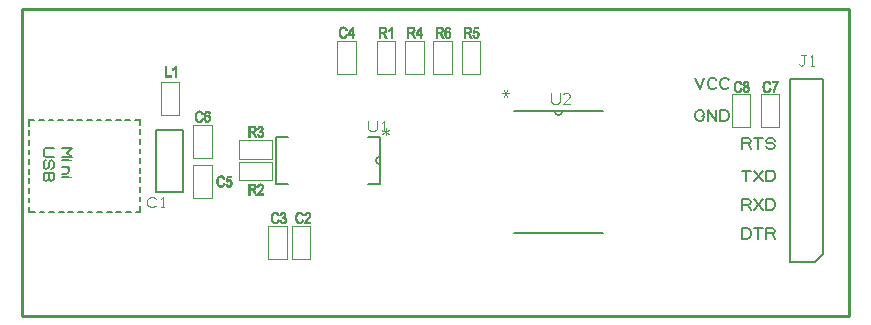
<source format=gbr>
G04 GENERATED BY PULSONIX 8.5 GERBER.DLL 5902*
G04 #@! TF.Part,Single*
%INUSB2UART*%
%LNSILKSCREEN TOP*%
%FSLAX35Y35*%
%LPD*%
%MOIN*%
G04 #@! TF.FileFunction,Legend,Top*
%ADD21C,0.00001*%
G04 #@! TA.AperFunction,Profile*
%ADD23C,0.01000*%
G04 #@! TA.AperFunction,NonMaterial*
%ADD24C,0.00787*%
G04 #@! TD.AperFunction*
%ADD25C,0.00492*%
G04 #@! TA.AperFunction,NonMaterial*
%ADD26C,0.00800*%
G04 #@! TD.AperFunction*
%ADD27C,0.00500*%
G04 #@! TA.AperFunction,NonMaterial*
%ADD28C,0.00600*%
G04 #@! TD.AperFunction*
%ADD29C,0.00300*%
G04 #@! TA.AperFunction,NonMaterial*
%ADD72C,0.00394*%
X0Y0D02*
D02*
D21*
X70569Y94328D02*
Y98060D01*
X70977*
Y94771*
X72483*
Y94328*
X70569*
G36*
Y98060*
X70977*
Y94771*
X72483*
Y94328*
X70569*
G37*
X74225D02*
X73853D01*
Y97251*
X73782Y97174*
X73699Y97097*
X73611Y97015*
X73505Y96938*
X73398Y96861*
X73298Y96796*
X73197Y96743*
X73103Y96696*
Y97139*
X73256Y97233*
X73392Y97334*
X73528Y97452*
X73652Y97576*
X73758Y97700*
X73853Y97830*
X73930Y97954*
X73983Y98078*
X74225*
Y94328*
G36*
X73853*
Y97251*
X73782Y97174*
X73699Y97097*
X73611Y97015*
X73505Y96938*
X73398Y96861*
X73298Y96796*
X73197Y96743*
X73103Y96696*
Y97139*
X73256Y97233*
X73392Y97334*
X73528Y97452*
X73652Y97576*
X73758Y97700*
X73853Y97830*
X73930Y97954*
X73983Y98078*
X74225*
Y94328*
G37*
X82825Y80613D02*
X83233Y80489D01*
X83197Y80336*
X83150Y80194*
X83103Y80064*
X83050Y79940*
X82985Y79828*
X82914Y79727*
X82843Y79633*
X82760Y79550*
X82672Y79479*
X82583Y79414*
X82489Y79361*
X82388Y79320*
X82282Y79284*
X82176Y79261*
X82058Y79249*
X81940Y79243*
X81833Y79249*
X81733Y79255*
X81638Y79273*
X81544Y79296*
X81455Y79326*
X81373Y79361*
X81290Y79403*
X81213Y79450*
X81142Y79509*
X81071Y79568*
X81001Y79639*
X80942Y79721*
X80882Y79810*
X80823Y79905*
X80770Y80005*
X80723Y80117*
X80676Y80235*
X80634Y80353*
X80605Y80483*
X80575Y80619*
X80558Y80755*
X80540Y80897*
X80534Y81044*
X80528Y81198*
X80534Y81351*
X80540Y81493*
X80558Y81635*
X80575Y81771*
X80605Y81895*
X80634Y82019*
X80676Y82131*
X80723Y82243*
X80770Y82344*
X80823Y82444*
X80882Y82532*
X80947Y82615*
X81012Y82692*
X81083Y82763*
X81160Y82828*
X81243Y82887*
X81325Y82940*
X81408Y82981*
X81497Y83017*
X81585Y83052*
X81680Y83076*
X81774Y83094*
X81875Y83099*
X81975Y83105*
X82081Y83099*
X82188Y83088*
X82288Y83064*
X82382Y83034*
X82477Y82999*
X82566Y82952*
X82654Y82893*
X82737Y82828*
X82814Y82757*
X82884Y82674*
X82944Y82586*
X83003Y82485*
X83056Y82385*
X83103Y82267*
X83144Y82149*
X83180Y82019*
X82784Y81906*
X82755Y82001*
X82725Y82090*
X82695Y82166*
X82654Y82243*
X82619Y82314*
X82571Y82379*
X82530Y82432*
X82477Y82485*
X82424Y82532*
X82371Y82568*
X82312Y82603*
X82247Y82633*
X82182Y82651*
X82117Y82668*
X82040Y82674*
X81969Y82680*
X81821Y82668*
X81680Y82639*
X81556Y82592*
X81438Y82521*
X81331Y82432*
X81237Y82326*
X81154Y82190*
X81083Y82036*
X81024Y81859*
X80983Y81658*
X80953Y81440*
X80947Y81198*
X80953Y81015*
X80965Y80838*
X80983Y80678*
X81012Y80531*
X81054Y80389*
X81101Y80265*
X81154Y80153*
X81219Y80052*
X81290Y79964*
X81361Y79881*
X81444Y79816*
X81532Y79763*
X81621Y79721*
X81721Y79692*
X81827Y79674*
X81934Y79668*
X82016Y79674*
X82093Y79680*
X82170Y79698*
X82241Y79727*
X82312Y79757*
X82377Y79798*
X82442Y79845*
X82506Y79905*
X82560Y79964*
X82613Y80034*
X82660Y80111*
X82707Y80194*
X82743Y80288*
X82772Y80389*
X82802Y80495*
X82825Y80613*
G36*
X83233Y80489*
X83197Y80336*
X83150Y80194*
X83103Y80064*
X83050Y79940*
X82985Y79828*
X82914Y79727*
X82843Y79633*
X82760Y79550*
X82672Y79479*
X82583Y79414*
X82489Y79361*
X82388Y79320*
X82282Y79284*
X82176Y79261*
X82058Y79249*
X81940Y79243*
X81833Y79249*
X81733Y79255*
X81638Y79273*
X81544Y79296*
X81455Y79326*
X81373Y79361*
X81290Y79403*
X81213Y79450*
X81142Y79509*
X81071Y79568*
X81001Y79639*
X80942Y79721*
X80882Y79810*
X80823Y79905*
X80770Y80005*
X80723Y80117*
X80676Y80235*
X80634Y80353*
X80605Y80483*
X80575Y80619*
X80558Y80755*
X80540Y80897*
X80534Y81044*
X80528Y81198*
X80534Y81351*
X80540Y81493*
X80558Y81635*
X80575Y81771*
X80605Y81895*
X80634Y82019*
X80676Y82131*
X80723Y82243*
X80770Y82344*
X80823Y82444*
X80882Y82532*
X80947Y82615*
X81012Y82692*
X81083Y82763*
X81160Y82828*
X81243Y82887*
X81325Y82940*
X81408Y82981*
X81497Y83017*
X81585Y83052*
X81680Y83076*
X81774Y83094*
X81875Y83099*
X81975Y83105*
X82081Y83099*
X82188Y83088*
X82288Y83064*
X82382Y83034*
X82477Y82999*
X82566Y82952*
X82654Y82893*
X82737Y82828*
X82814Y82757*
X82884Y82674*
X82944Y82586*
X83003Y82485*
X83056Y82385*
X83103Y82267*
X83144Y82149*
X83180Y82019*
X82784Y81906*
X82755Y82001*
X82725Y82090*
X82695Y82166*
X82654Y82243*
X82619Y82314*
X82571Y82379*
X82530Y82432*
X82477Y82485*
X82424Y82532*
X82371Y82568*
X82312Y82603*
X82247Y82633*
X82182Y82651*
X82117Y82668*
X82040Y82674*
X81969Y82680*
X81821Y82668*
X81680Y82639*
X81556Y82592*
X81438Y82521*
X81331Y82432*
X81237Y82326*
X81154Y82190*
X81083Y82036*
X81024Y81859*
X80983Y81658*
X80953Y81440*
X80947Y81198*
X80953Y81015*
X80965Y80838*
X80983Y80678*
X81012Y80531*
X81054Y80389*
X81101Y80265*
X81154Y80153*
X81219Y80052*
X81290Y79964*
X81361Y79881*
X81444Y79816*
X81532Y79763*
X81621Y79721*
X81721Y79692*
X81827Y79674*
X81934Y79668*
X82016Y79674*
X82093Y79680*
X82170Y79698*
X82241Y79727*
X82312Y79757*
X82377Y79798*
X82442Y79845*
X82506Y79905*
X82560Y79964*
X82613Y80034*
X82660Y80111*
X82707Y80194*
X82743Y80288*
X82772Y80389*
X82802Y80495*
X82825Y80613*
G37*
X85530Y82131D02*
X85158Y82095D01*
X85129Y82225*
X85093Y82338*
X85052Y82432*
X84999Y82503*
X84922Y82580*
X84833Y82633*
X84739Y82668*
X84638Y82680*
X84556Y82674*
X84479Y82656*
X84408Y82621*
X84343Y82580*
X84278Y82521*
X84219Y82450*
X84160Y82367*
X84113Y82273*
X84071Y82178*
X84036Y82078*
X84006Y81960*
X83983Y81836*
X83965Y81706*
X83947Y81558*
X83942Y81405*
X83936Y81233*
X84006Y81351*
X84083Y81452*
X84166Y81534*
X84260Y81605*
X84361Y81664*
X84461Y81706*
X84568Y81729*
X84680Y81735*
X84768Y81729*
X84851Y81712*
X84940Y81688*
X85016Y81653*
X85093Y81605*
X85170Y81546*
X85241Y81481*
X85312Y81405*
X85377Y81316*
X85430Y81227*
X85477Y81127*
X85518Y81015*
X85548Y80903*
X85566Y80784*
X85577Y80655*
X85583Y80519*
X85577Y80336*
X85548Y80158*
X85506Y79993*
X85447Y79840*
X85377Y79698*
X85294Y79574*
X85199Y79473*
X85099Y79391*
X84987Y79326*
X84875Y79279*
X84751Y79255*
X84627Y79243*
X84514Y79249*
X84408Y79267*
X84302Y79302*
X84207Y79349*
X84113Y79408*
X84024Y79479*
X83942Y79562*
X83865Y79662*
X83794Y79775*
X83735Y79905*
X83682Y80052*
X83640Y80218*
X83605Y80401*
X83581Y80601*
X83569Y80820*
X83564Y81056*
X83569Y81316*
X83581Y81558*
X83605Y81777*
X83640Y81983*
X83682Y82166*
X83735Y82326*
X83800Y82473*
X83871Y82597*
X83953Y82704*
X84036Y82798*
X84125Y82875*
X84225Y82940*
X84325Y82993*
X84432Y83029*
X84544Y83052*
X84662Y83058*
X84745Y83052*
X84827Y83040*
X84904Y83023*
X84981Y82999*
X85052Y82964*
X85117Y82922*
X85182Y82875*
X85247Y82822*
X85300Y82757*
X85353Y82686*
X85394Y82609*
X85436Y82527*
X85465Y82438*
X85495Y82344*
X85512Y82243*
X85530Y82131*
X83995Y80519D02*
X84001Y80418D01*
X84006Y80324*
X84024Y80235*
X84042Y80153*
X84071Y80076*
X84101Y79999*
X84142Y79928*
X84190Y79869*
X84237Y79810*
X84284Y79757*
X84337Y79716*
X84396Y79680*
X84449Y79656*
X84508Y79639*
X84568Y79627*
X84632Y79621*
X84686Y79627*
X84739Y79633*
X84792Y79651*
X84845Y79680*
X84892Y79710*
X84940Y79751*
X84987Y79798*
X85028Y79851*
X85105Y79981*
X85164Y80129*
X85194Y80300*
X85205Y80489*
X85194Y80678*
X85164Y80844*
X85105Y80985*
X85034Y81109*
X84987Y81156*
X84940Y81204*
X84892Y81239*
X84839Y81275*
X84786Y81298*
X84727Y81316*
X84668Y81322*
X84609Y81328*
X84544Y81322*
X84485Y81316*
X84432Y81298*
X84379Y81275*
X84325Y81239*
X84272Y81204*
X84225Y81162*
X84178Y81109*
X84095Y80991*
X84042Y80855*
X84006Y80696*
X83995Y80519*
X85582Y80474D02*
G36*
X85204D01*
X85194Y80300*
X85164Y80129*
X85105Y79981*
X85028Y79851*
X84987Y79798*
X84940Y79751*
X84892Y79710*
X84845Y79680*
X84792Y79651*
X84739Y79633*
X84686Y79627*
X84632Y79621*
X84568Y79627*
X84508Y79639*
X84449Y79656*
X84396Y79680*
X84337Y79716*
X84284Y79757*
X84237Y79810*
X84190Y79869*
X84142Y79928*
X84101Y79999*
X84071Y80076*
X84042Y80153*
X84024Y80235*
X84006Y80324*
X84001Y80418*
X83997Y80474*
X83596*
X83605Y80401*
X83640Y80218*
X83682Y80052*
X83735Y79905*
X83794Y79775*
X83865Y79662*
X83942Y79562*
X84024Y79479*
X84113Y79408*
X84207Y79349*
X84302Y79302*
X84408Y79267*
X84514Y79249*
X84627Y79243*
X84751Y79255*
X84875Y79279*
X84987Y79326*
X85099Y79391*
X85199Y79473*
X85294Y79574*
X85377Y79698*
X85447Y79840*
X85506Y79993*
X85548Y80158*
X85577Y80336*
X85582Y80474*
G37*
X84662Y83058D02*
G36*
X84544Y83052D01*
X84432Y83029*
X84325Y82993*
X84225Y82940*
X84125Y82875*
X84036Y82798*
X83953Y82704*
X83871Y82597*
X83800Y82473*
X83735Y82326*
X83682Y82166*
X83640Y81983*
X83605Y81777*
X83581Y81558*
X83569Y81316*
X83564Y81056*
X83569Y80820*
X83581Y80601*
X83596Y80474*
X83997*
X83995Y80519*
X84006Y80696*
X84042Y80855*
X84095Y80991*
X84178Y81109*
X84225Y81162*
X84272Y81204*
X84325Y81239*
X84379Y81275*
X84432Y81298*
X84485Y81316*
X84544Y81322*
X84609Y81328*
X84668Y81322*
X84727Y81316*
X84786Y81298*
X84839Y81275*
X84892Y81239*
X84940Y81204*
X84987Y81156*
X85034Y81109*
X85105Y80985*
X85164Y80844*
X85194Y80678*
X85205Y80489*
X85204Y80474*
X85582*
X85583Y80519*
X85577Y80655*
X85566Y80784*
X85548Y80903*
X85518Y81015*
X85477Y81127*
X85430Y81227*
X85377Y81316*
X85312Y81405*
X85241Y81481*
X85170Y81546*
X85093Y81605*
X85016Y81653*
X84940Y81688*
X84851Y81712*
X84768Y81729*
X84680Y81735*
X84568Y81729*
X84461Y81706*
X84361Y81664*
X84260Y81605*
X84166Y81534*
X84083Y81452*
X84006Y81351*
X83936Y81233*
X83942Y81405*
X83947Y81558*
X83965Y81706*
X83983Y81836*
X84006Y81960*
X84036Y82078*
X84071Y82178*
X84113Y82273*
X84160Y82367*
X84219Y82450*
X84278Y82521*
X84343Y82580*
X84408Y82621*
X84479Y82656*
X84556Y82674*
X84638Y82680*
X84739Y82668*
X84833Y82633*
X84922Y82580*
X84999Y82503*
X85052Y82432*
X85093Y82338*
X85129Y82225*
X85158Y82095*
X85530Y82131*
X85512Y82243*
X85495Y82344*
X85465Y82438*
X85436Y82527*
X85394Y82609*
X85353Y82686*
X85300Y82757*
X85247Y82822*
X85182Y82875*
X85117Y82922*
X85052Y82964*
X84981Y82999*
X84904Y83023*
X84827Y83040*
X84745Y83052*
X84662Y83058*
G37*
X90030Y58999D02*
X90438Y58875D01*
X90402Y58721*
X90355Y58580*
X90308Y58450*
X90255Y58326*
X90190Y58214*
X90119Y58113*
X90048Y58019*
X89965Y57936*
X89877Y57865*
X89788Y57800*
X89694Y57747*
X89593Y57706*
X89487Y57670*
X89381Y57647*
X89262Y57635*
X89144Y57629*
X89038Y57635*
X88938Y57641*
X88843Y57658*
X88749Y57682*
X88660Y57712*
X88577Y57747*
X88495Y57788*
X88418Y57836*
X88347Y57895*
X88276Y57954*
X88205Y58025*
X88146Y58107*
X88087Y58196*
X88028Y58290*
X87975Y58391*
X87928Y58503*
X87881Y58621*
X87839Y58739*
X87810Y58869*
X87780Y59005*
X87762Y59141*
X87745Y59282*
X87739Y59430*
X87733Y59584*
X87739Y59737*
X87745Y59879*
X87762Y60021*
X87780Y60156*
X87810Y60281*
X87839Y60405*
X87881Y60517*
X87928Y60629*
X87975Y60729*
X88028Y60830*
X88087Y60918*
X88152Y61001*
X88217Y61078*
X88288Y61149*
X88365Y61214*
X88447Y61273*
X88530Y61326*
X88613Y61367*
X88701Y61403*
X88790Y61438*
X88884Y61462*
X88979Y61479*
X89079Y61485*
X89180Y61491*
X89286Y61485*
X89392Y61473*
X89493Y61450*
X89587Y61420*
X89682Y61385*
X89770Y61338*
X89859Y61279*
X89942Y61214*
X90018Y61143*
X90089Y61060*
X90148Y60971*
X90207Y60871*
X90260Y60771*
X90308Y60653*
X90349Y60534*
X90384Y60405*
X89989Y60292*
X89959Y60387*
X89930Y60475*
X89900Y60552*
X89859Y60629*
X89823Y60700*
X89776Y60765*
X89735Y60818*
X89682Y60871*
X89629Y60918*
X89575Y60954*
X89516Y60989*
X89451Y61019*
X89386Y61036*
X89321Y61054*
X89245Y61060*
X89174Y61066*
X89026Y61054*
X88884Y61025*
X88760Y60977*
X88642Y60906*
X88536Y60818*
X88442Y60712*
X88359Y60576*
X88288Y60422*
X88229Y60245*
X88188Y60044*
X88158Y59826*
X88152Y59584*
X88158Y59401*
X88170Y59223*
X88188Y59064*
X88217Y58916*
X88258Y58775*
X88306Y58651*
X88359Y58538*
X88424Y58438*
X88495Y58349*
X88566Y58267*
X88648Y58202*
X88737Y58149*
X88825Y58107*
X88926Y58078*
X89032Y58060*
X89138Y58054*
X89221Y58060*
X89298Y58066*
X89375Y58084*
X89445Y58113*
X89516Y58143*
X89581Y58184*
X89646Y58231*
X89711Y58290*
X89764Y58349*
X89818Y58420*
X89865Y58497*
X89912Y58580*
X89947Y58674*
X89977Y58775*
X90006Y58881*
X90030Y58999*
G36*
X90438Y58875*
X90402Y58721*
X90355Y58580*
X90308Y58450*
X90255Y58326*
X90190Y58214*
X90119Y58113*
X90048Y58019*
X89965Y57936*
X89877Y57865*
X89788Y57800*
X89694Y57747*
X89593Y57706*
X89487Y57670*
X89381Y57647*
X89262Y57635*
X89144Y57629*
X89038Y57635*
X88938Y57641*
X88843Y57658*
X88749Y57682*
X88660Y57712*
X88577Y57747*
X88495Y57788*
X88418Y57836*
X88347Y57895*
X88276Y57954*
X88205Y58025*
X88146Y58107*
X88087Y58196*
X88028Y58290*
X87975Y58391*
X87928Y58503*
X87881Y58621*
X87839Y58739*
X87810Y58869*
X87780Y59005*
X87762Y59141*
X87745Y59282*
X87739Y59430*
X87733Y59584*
X87739Y59737*
X87745Y59879*
X87762Y60021*
X87780Y60156*
X87810Y60281*
X87839Y60405*
X87881Y60517*
X87928Y60629*
X87975Y60729*
X88028Y60830*
X88087Y60918*
X88152Y61001*
X88217Y61078*
X88288Y61149*
X88365Y61214*
X88447Y61273*
X88530Y61326*
X88613Y61367*
X88701Y61403*
X88790Y61438*
X88884Y61462*
X88979Y61479*
X89079Y61485*
X89180Y61491*
X89286Y61485*
X89392Y61473*
X89493Y61450*
X89587Y61420*
X89682Y61385*
X89770Y61338*
X89859Y61279*
X89942Y61214*
X90018Y61143*
X90089Y61060*
X90148Y60971*
X90207Y60871*
X90260Y60771*
X90308Y60653*
X90349Y60534*
X90384Y60405*
X89989Y60292*
X89959Y60387*
X89930Y60475*
X89900Y60552*
X89859Y60629*
X89823Y60700*
X89776Y60765*
X89735Y60818*
X89682Y60871*
X89629Y60918*
X89575Y60954*
X89516Y60989*
X89451Y61019*
X89386Y61036*
X89321Y61054*
X89245Y61060*
X89174Y61066*
X89026Y61054*
X88884Y61025*
X88760Y60977*
X88642Y60906*
X88536Y60818*
X88442Y60712*
X88359Y60576*
X88288Y60422*
X88229Y60245*
X88188Y60044*
X88158Y59826*
X88152Y59584*
X88158Y59401*
X88170Y59223*
X88188Y59064*
X88217Y58916*
X88258Y58775*
X88306Y58651*
X88359Y58538*
X88424Y58438*
X88495Y58349*
X88566Y58267*
X88648Y58202*
X88737Y58149*
X88825Y58107*
X88926Y58078*
X89032Y58060*
X89138Y58054*
X89221Y58060*
X89298Y58066*
X89375Y58084*
X89445Y58113*
X89516Y58143*
X89581Y58184*
X89646Y58231*
X89711Y58290*
X89764Y58349*
X89818Y58420*
X89865Y58497*
X89912Y58580*
X89947Y58674*
X89977Y58775*
X90006Y58881*
X90030Y58999*
G37*
X90780Y58668D02*
X91176Y58704D01*
X91205Y58538*
X91253Y58397*
X91312Y58279*
X91382Y58178*
X91471Y58101*
X91560Y58048*
X91660Y58019*
X91760Y58007*
X91831Y58013*
X91890Y58025*
X91955Y58042*
X92014Y58066*
X92073Y58101*
X92127Y58143*
X92180Y58196*
X92227Y58249*
X92274Y58314*
X92310Y58385*
X92345Y58462*
X92375Y58544*
X92392Y58627*
X92410Y58721*
X92422Y58816*
Y58922*
X92410Y59111*
X92375Y59277*
X92351Y59347*
X92316Y59418*
X92280Y59483*
X92233Y59542*
X92186Y59590*
X92132Y59637*
X92079Y59672*
X92020Y59708*
X91961Y59731*
X91896Y59749*
X91831Y59755*
X91760Y59761*
X91672Y59755*
X91595Y59737*
X91512Y59708*
X91436Y59666*
X91365Y59613*
X91300Y59554*
X91247Y59483*
X91199Y59401*
X90845Y59460*
X91140Y61379*
X92670*
Y60942*
X91436*
X91276Y59932*
X91347Y59985*
X91418Y60032*
X91489Y60074*
X91560Y60109*
X91631Y60133*
X91707Y60151*
X91784Y60162*
X91861Y60168*
X91955Y60162*
X92044Y60145*
X92132Y60121*
X92221Y60086*
X92304Y60038*
X92381Y59985*
X92457Y59914*
X92534Y59838*
X92599Y59755*
X92658Y59660*
X92705Y59560*
X92747Y59454*
X92776Y59342*
X92800Y59223*
X92812Y59094*
X92818Y58958*
X92812Y58822*
X92800Y58692*
X92776Y58568*
X92747Y58450*
X92705Y58332*
X92658Y58225*
X92599Y58119*
X92534Y58019*
X92457Y57930*
X92381Y57847*
X92292Y57782*
X92197Y57723*
X92097Y57682*
X91997Y57653*
X91884Y57635*
X91766Y57629*
X91672Y57635*
X91577Y57647*
X91483Y57670*
X91400Y57700*
X91318Y57735*
X91241Y57782*
X91164Y57842*
X91093Y57906*
X91028Y57977*
X90969Y58054*
X90922Y58143*
X90881Y58231*
X90845Y58332*
X90816Y58438*
X90792Y58550*
X90780Y58668*
G36*
X91176Y58704*
X91205Y58538*
X91253Y58397*
X91312Y58279*
X91382Y58178*
X91471Y58101*
X91560Y58048*
X91660Y58019*
X91760Y58007*
X91831Y58013*
X91890Y58025*
X91955Y58042*
X92014Y58066*
X92073Y58101*
X92127Y58143*
X92180Y58196*
X92227Y58249*
X92274Y58314*
X92310Y58385*
X92345Y58462*
X92375Y58544*
X92392Y58627*
X92410Y58721*
X92422Y58816*
Y58922*
X92410Y59111*
X92375Y59277*
X92351Y59347*
X92316Y59418*
X92280Y59483*
X92233Y59542*
X92186Y59590*
X92132Y59637*
X92079Y59672*
X92020Y59708*
X91961Y59731*
X91896Y59749*
X91831Y59755*
X91760Y59761*
X91672Y59755*
X91595Y59737*
X91512Y59708*
X91436Y59666*
X91365Y59613*
X91300Y59554*
X91247Y59483*
X91199Y59401*
X90845Y59460*
X91140Y61379*
X92670*
Y60942*
X91436*
X91276Y59932*
X91347Y59985*
X91418Y60032*
X91489Y60074*
X91560Y60109*
X91631Y60133*
X91707Y60151*
X91784Y60162*
X91861Y60168*
X91955Y60162*
X92044Y60145*
X92132Y60121*
X92221Y60086*
X92304Y60038*
X92381Y59985*
X92457Y59914*
X92534Y59838*
X92599Y59755*
X92658Y59660*
X92705Y59560*
X92747Y59454*
X92776Y59342*
X92800Y59223*
X92812Y59094*
X92818Y58958*
X92812Y58822*
X92800Y58692*
X92776Y58568*
X92747Y58450*
X92705Y58332*
X92658Y58225*
X92599Y58119*
X92534Y58019*
X92457Y57930*
X92381Y57847*
X92292Y57782*
X92197Y57723*
X92097Y57682*
X91997Y57653*
X91884Y57635*
X91766Y57629*
X91672Y57635*
X91577Y57647*
X91483Y57670*
X91400Y57700*
X91318Y57735*
X91241Y57782*
X91164Y57842*
X91093Y57906*
X91028Y57977*
X90969Y58054*
X90922Y58143*
X90881Y58231*
X90845Y58332*
X90816Y58438*
X90792Y58550*
X90780Y58668*
G37*
X98388Y55017D02*
Y58749D01*
X99747*
X99847*
X99941Y58743*
X100030Y58731*
X100113Y58719*
X100190Y58708*
X100254Y58690*
X100319Y58666*
X100373Y58643*
X100467Y58584*
X100556Y58507*
X100632Y58406*
X100703Y58294*
X100762Y58170*
X100804Y58034*
X100827Y57887*
X100833Y57733*
X100827Y57627*
X100821Y57532*
X100804Y57438*
X100780Y57349*
X100745Y57267*
X100709Y57190*
X100662Y57113*
X100615Y57048*
X100556Y56983*
X100491Y56930*
X100420Y56877*
X100343Y56836*
X100260Y56794*
X100172Y56759*
X100071Y56735*
X99971Y56712*
X100054Y56664*
X100125Y56611*
X100184Y56558*
X100231Y56511*
X100319Y56399*
X100402Y56281*
X100479Y56162*
X100550Y56032*
X101087Y55017*
X100579*
X100166Y55790*
X100107Y55903*
X100054Y56003*
X100006Y56092*
X99959Y56174*
X99912Y56245*
X99877Y56310*
X99841Y56363*
X99806Y56405*
X99747Y56481*
X99688Y56540*
X99634Y56588*
X99575Y56623*
X99516Y56647*
X99440Y56664*
X99357Y56670*
X99262Y56676*
X98796*
Y55017*
X98388*
X98796Y57101D02*
X99664D01*
X99800Y57107*
X99912Y57119*
X100012Y57137*
X100095Y57172*
X100166Y57208*
X100225Y57255*
X100278Y57314*
X100325Y57385*
X100367Y57462*
X100390Y57544*
X100408Y57633*
X100414Y57727*
X100402Y57863*
X100373Y57981*
X100319Y58088*
X100249Y58176*
X100154Y58247*
X100042Y58294*
X99912Y58324*
X99758Y58336*
X98796*
Y57101*
X100832Y57719D02*
G36*
X100413D01*
X100408Y57633*
X100390Y57544*
X100367Y57462*
X100325Y57385*
X100278Y57314*
X100225Y57255*
X100166Y57208*
X100095Y57172*
X100012Y57137*
X99912Y57119*
X99800Y57107*
X99664Y57101*
X98796*
Y57719*
X98388*
Y55017*
X98796*
Y56676*
X99262*
X99357Y56670*
X99440Y56664*
X99516Y56647*
X99575Y56623*
X99634Y56588*
X99688Y56540*
X99747Y56481*
X99806Y56405*
X99841Y56363*
X99877Y56310*
X99912Y56245*
X99959Y56174*
X100006Y56092*
X100054Y56003*
X100107Y55903*
X100166Y55790*
X100579Y55017*
X101087*
X100550Y56032*
X100479Y56162*
X100402Y56281*
X100319Y56399*
X100231Y56511*
X100184Y56558*
X100125Y56611*
X100054Y56664*
X99971Y56712*
X100071Y56735*
X100172Y56759*
X100260Y56794*
X100343Y56836*
X100420Y56877*
X100491Y56930*
X100556Y56983*
X100615Y57048*
X100662Y57113*
X100709Y57190*
X100745Y57267*
X100780Y57349*
X100804Y57438*
X100821Y57532*
X100827Y57627*
X100832Y57719*
G37*
X99847Y58749D02*
G36*
X99747D01*
X98388*
Y57719*
X98796*
Y58336*
X99758*
X99912Y58324*
X100042Y58294*
X100154Y58247*
X100249Y58176*
X100319Y58088*
X100373Y57981*
X100402Y57863*
X100414Y57727*
X100413Y57719*
X100832*
X100833Y57733*
X100827Y57887*
X100804Y58034*
X100762Y58170*
X100703Y58294*
X100632Y58406*
X100556Y58507*
X100467Y58584*
X100373Y58643*
X100319Y58666*
X100254Y58690*
X100190Y58708*
X100113Y58719*
X100030Y58731*
X99941Y58743*
X99847Y58749*
G37*
X103302Y55460D02*
Y55017D01*
X101276*
X101282Y55153*
X101312Y55300*
X101365Y55454*
X101441Y55613*
X101483Y55702*
X101542Y55790*
X101607Y55879*
X101678Y55979*
X101760Y56080*
X101855Y56180*
X101955Y56286*
X102062Y56399*
X102186Y56529*
X102304Y56647*
X102404Y56759*
X102499Y56865*
X102581Y56960*
X102652Y57054*
X102705Y57137*
X102753Y57208*
X102823Y57349*
X102877Y57485*
X102906Y57615*
X102918Y57745*
X102906Y57881*
X102877Y58005*
X102823Y58111*
X102753Y58212*
X102664Y58288*
X102564Y58342*
X102457Y58377*
X102339Y58389*
X102274Y58383*
X102209Y58377*
X102156Y58359*
X102097Y58342*
X102044Y58312*
X101997Y58277*
X101949Y58241*
X101908Y58194*
X101831Y58088*
X101778Y57958*
X101749Y57810*
X101737Y57639*
X101347Y57686*
X101359Y57816*
X101382Y57940*
X101412Y58052*
X101441Y58158*
X101483Y58253*
X101536Y58342*
X101589Y58424*
X101654Y58495*
X101719Y58560*
X101796Y58613*
X101873Y58660*
X101955Y58696*
X102044Y58725*
X102138Y58749*
X102239Y58761*
X102345Y58767*
X102457Y58761*
X102564Y58749*
X102664Y58719*
X102758Y58690*
X102841Y58643*
X102918Y58590*
X102989Y58525*
X103054Y58448*
X103113Y58371*
X103160Y58288*
X103201Y58200*
X103237Y58111*
X103260Y58023*
X103278Y57928*
X103290Y57834*
X103296Y57733*
X103284Y57556*
X103249Y57385*
X103225Y57296*
X103190Y57214*
X103154Y57131*
X103107Y57048*
X103054Y56966*
X102995Y56871*
X102918Y56771*
X102835Y56670*
X102741Y56558*
X102634Y56434*
X102516Y56310*
X102392Y56180*
X102310Y56097*
X102239Y56021*
X102174Y55950*
X102115Y55891*
X102062Y55832*
X102020Y55784*
X101985Y55743*
X101955Y55708*
X101867Y55584*
X101796Y55460*
X103302*
G36*
Y55017*
X101276*
X101282Y55153*
X101312Y55300*
X101365Y55454*
X101441Y55613*
X101483Y55702*
X101542Y55790*
X101607Y55879*
X101678Y55979*
X101760Y56080*
X101855Y56180*
X101955Y56286*
X102062Y56399*
X102186Y56529*
X102304Y56647*
X102404Y56759*
X102499Y56865*
X102581Y56960*
X102652Y57054*
X102705Y57137*
X102753Y57208*
X102823Y57349*
X102877Y57485*
X102906Y57615*
X102918Y57745*
X102906Y57881*
X102877Y58005*
X102823Y58111*
X102753Y58212*
X102664Y58288*
X102564Y58342*
X102457Y58377*
X102339Y58389*
X102274Y58383*
X102209Y58377*
X102156Y58359*
X102097Y58342*
X102044Y58312*
X101997Y58277*
X101949Y58241*
X101908Y58194*
X101831Y58088*
X101778Y57958*
X101749Y57810*
X101737Y57639*
X101347Y57686*
X101359Y57816*
X101382Y57940*
X101412Y58052*
X101441Y58158*
X101483Y58253*
X101536Y58342*
X101589Y58424*
X101654Y58495*
X101719Y58560*
X101796Y58613*
X101873Y58660*
X101955Y58696*
X102044Y58725*
X102138Y58749*
X102239Y58761*
X102345Y58767*
X102457Y58761*
X102564Y58749*
X102664Y58719*
X102758Y58690*
X102841Y58643*
X102918Y58590*
X102989Y58525*
X103054Y58448*
X103113Y58371*
X103160Y58288*
X103201Y58200*
X103237Y58111*
X103260Y58023*
X103278Y57928*
X103290Y57834*
X103296Y57733*
X103284Y57556*
X103249Y57385*
X103225Y57296*
X103190Y57214*
X103154Y57131*
X103107Y57048*
X103054Y56966*
X102995Y56871*
X102918Y56771*
X102835Y56670*
X102741Y56558*
X102634Y56434*
X102516Y56310*
X102392Y56180*
X102310Y56097*
X102239Y56021*
X102174Y55950*
X102115Y55891*
X102062Y55832*
X102020Y55784*
X101985Y55743*
X101955Y55708*
X101867Y55584*
X101796Y55460*
X103302*
G37*
X98388Y74229D02*
Y77962D01*
X99747*
X99847*
X99942Y77956*
X100030Y77944*
X100113Y77932*
X100190Y77920*
X100255Y77903*
X100319Y77879*
X100373Y77855*
X100467Y77796*
X100556Y77719*
X100632Y77619*
X100703Y77507*
X100762Y77383*
X100804Y77247*
X100827Y77099*
X100833Y76946*
X100827Y76840*
X100821Y76745*
X100804Y76651*
X100780Y76562*
X100745Y76479*
X100709Y76403*
X100662Y76326*
X100615Y76261*
X100556Y76196*
X100491Y76143*
X100420Y76090*
X100343Y76048*
X100260Y76007*
X100172Y75971*
X100071Y75948*
X99971Y75924*
X100054Y75877*
X100125Y75824*
X100184Y75771*
X100231Y75723*
X100319Y75611*
X100402Y75493*
X100479Y75375*
X100550Y75245*
X101087Y74229*
X100579*
X100166Y75003*
X100107Y75115*
X100054Y75216*
X100006Y75304*
X99959Y75387*
X99912Y75458*
X99877Y75523*
X99841Y75576*
X99806Y75617*
X99747Y75694*
X99688Y75753*
X99634Y75800*
X99575Y75836*
X99516Y75859*
X99440Y75877*
X99357Y75883*
X99262Y75889*
X98796*
Y74229*
X98388*
X98796Y76314D02*
X99664D01*
X99800Y76320*
X99912Y76332*
X100012Y76349*
X100095Y76385*
X100166Y76420*
X100225Y76468*
X100278Y76527*
X100325Y76597*
X100367Y76674*
X100390Y76757*
X100408Y76845*
X100414Y76940*
X100402Y77076*
X100373Y77194*
X100319Y77300*
X100249Y77389*
X100154Y77460*
X100042Y77507*
X99912Y77536*
X99758Y77548*
X98796*
Y76314*
X100832Y76931D02*
G36*
X100413D01*
X100408Y76845*
X100390Y76757*
X100367Y76674*
X100325Y76597*
X100278Y76527*
X100225Y76468*
X100166Y76420*
X100095Y76385*
X100012Y76349*
X99912Y76332*
X99800Y76320*
X99664Y76314*
X98796*
Y76931*
X98388*
Y74229*
X98796*
Y75889*
X99262*
X99357Y75883*
X99440Y75877*
X99516Y75859*
X99575Y75836*
X99634Y75800*
X99688Y75753*
X99747Y75694*
X99806Y75617*
X99841Y75576*
X99877Y75523*
X99912Y75458*
X99959Y75387*
X100006Y75304*
X100054Y75216*
X100107Y75115*
X100166Y75003*
X100579Y74229*
X101087*
X100550Y75245*
X100479Y75375*
X100402Y75493*
X100319Y75611*
X100231Y75723*
X100184Y75771*
X100125Y75824*
X100054Y75877*
X99971Y75924*
X100071Y75948*
X100172Y75971*
X100260Y76007*
X100343Y76048*
X100420Y76090*
X100491Y76143*
X100556Y76196*
X100615Y76261*
X100662Y76326*
X100709Y76403*
X100745Y76479*
X100780Y76562*
X100804Y76651*
X100821Y76745*
X100827Y76840*
X100832Y76931*
G37*
X99847Y77962D02*
G36*
X99747D01*
X98388*
Y76931*
X98796*
Y77548*
X99758*
X99912Y77536*
X100042Y77507*
X100154Y77460*
X100249Y77389*
X100319Y77300*
X100373Y77194*
X100402Y77076*
X100414Y76940*
X100413Y76931*
X100832*
X100833Y76946*
X100827Y77099*
X100804Y77247*
X100762Y77383*
X100703Y77507*
X100632Y77619*
X100556Y77719*
X100467Y77796*
X100373Y77855*
X100319Y77879*
X100255Y77903*
X100190Y77920*
X100113Y77932*
X100030Y77944*
X99942Y77956*
X99847Y77962*
G37*
X101318Y75216D02*
X101690Y75275D01*
X101725Y75103*
X101772Y74956*
X101825Y74826*
X101896Y74725*
X101979Y74643*
X102068Y74590*
X102168Y74554*
X102286Y74542*
X102345Y74548*
X102410Y74554*
X102469Y74572*
X102522Y74595*
X102581Y74625*
X102629Y74666*
X102682Y74708*
X102729Y74761*
X102776Y74814*
X102812Y74879*
X102847Y74938*
X102871Y75009*
X102906Y75156*
X102918Y75322*
X102906Y75481*
X102877Y75617*
X102823Y75741*
X102747Y75847*
X102699Y75895*
X102652Y75936*
X102605Y75971*
X102552Y75995*
X102499Y76019*
X102440Y76036*
X102381Y76042*
X102321Y76048*
X102262Y76042*
X102203Y76036*
X102132Y76019*
X102056Y75995*
X102097Y76403*
X102156Y76397*
X102292Y76408*
X102410Y76438*
X102516Y76491*
X102611Y76568*
X102688Y76656*
X102747Y76763*
X102776Y76887*
X102788Y77023*
X102776Y77147*
X102753Y77259*
X102705Y77353*
X102640Y77442*
X102564Y77513*
X102481Y77560*
X102386Y77590*
X102286Y77601*
X102180Y77590*
X102085Y77560*
X101997Y77507*
X101914Y77436*
X101849Y77342*
X101796Y77223*
X101755Y77088*
X101725Y76928*
X101353Y77011*
X101377Y77129*
X101400Y77235*
X101430Y77336*
X101471Y77430*
X101512Y77519*
X101560Y77595*
X101613Y77666*
X101672Y77731*
X101737Y77790*
X101802Y77844*
X101873Y77885*
X101949Y77920*
X102026Y77944*
X102103Y77962*
X102192Y77973*
X102274Y77979*
X102369Y77973*
X102457Y77962*
X102540Y77938*
X102617Y77908*
X102699Y77873*
X102770Y77826*
X102841Y77767*
X102906Y77702*
X102965Y77631*
X103018Y77560*
X103066Y77477*
X103101Y77395*
X103131Y77306*
X103148Y77212*
X103160Y77111*
X103166Y77011*
X103160Y76887*
X103136Y76769*
X103107Y76662*
X103060Y76562*
X103001Y76468*
X102930Y76385*
X102847Y76314*
X102753Y76255*
X102841Y76225*
X102918Y76184*
X102989Y76137*
X103054Y76084*
X103113Y76019*
X103160Y75948*
X103207Y75865*
X103249Y75771*
X103278Y75670*
X103302Y75564*
X103314Y75452*
X103319Y75334*
X103314Y75210*
X103302Y75086*
X103278Y74973*
X103243Y74867*
X103201Y74761*
X103148Y74666*
X103089Y74578*
X103018Y74489*
X102942Y74412*
X102859Y74347*
X102770Y74294*
X102682Y74247*
X102593Y74212*
X102493Y74182*
X102398Y74170*
X102292Y74164*
X102197Y74170*
X102103Y74182*
X102014Y74206*
X101932Y74235*
X101849Y74277*
X101772Y74324*
X101695Y74383*
X101631Y74448*
X101566Y74525*
X101506Y74601*
X101459Y74690*
X101412Y74784*
X101377Y74879*
X101353Y74985*
X101329Y75097*
X101318Y75216*
G36*
X101690Y75275*
X101725Y75103*
X101772Y74956*
X101825Y74826*
X101896Y74725*
X101979Y74643*
X102068Y74590*
X102168Y74554*
X102286Y74542*
X102345Y74548*
X102410Y74554*
X102469Y74572*
X102522Y74595*
X102581Y74625*
X102629Y74666*
X102682Y74708*
X102729Y74761*
X102776Y74814*
X102812Y74879*
X102847Y74938*
X102871Y75009*
X102906Y75156*
X102918Y75322*
X102906Y75481*
X102877Y75617*
X102823Y75741*
X102747Y75847*
X102699Y75895*
X102652Y75936*
X102605Y75971*
X102552Y75995*
X102499Y76019*
X102440Y76036*
X102381Y76042*
X102321Y76048*
X102262Y76042*
X102203Y76036*
X102132Y76019*
X102056Y75995*
X102097Y76403*
X102156Y76397*
X102292Y76408*
X102410Y76438*
X102516Y76491*
X102611Y76568*
X102688Y76656*
X102747Y76763*
X102776Y76887*
X102788Y77023*
X102776Y77147*
X102753Y77259*
X102705Y77353*
X102640Y77442*
X102564Y77513*
X102481Y77560*
X102386Y77590*
X102286Y77601*
X102180Y77590*
X102085Y77560*
X101997Y77507*
X101914Y77436*
X101849Y77342*
X101796Y77223*
X101755Y77088*
X101725Y76928*
X101353Y77011*
X101377Y77129*
X101400Y77235*
X101430Y77336*
X101471Y77430*
X101512Y77519*
X101560Y77595*
X101613Y77666*
X101672Y77731*
X101737Y77790*
X101802Y77844*
X101873Y77885*
X101949Y77920*
X102026Y77944*
X102103Y77962*
X102192Y77973*
X102274Y77979*
X102369Y77973*
X102457Y77962*
X102540Y77938*
X102617Y77908*
X102699Y77873*
X102770Y77826*
X102841Y77767*
X102906Y77702*
X102965Y77631*
X103018Y77560*
X103066Y77477*
X103101Y77395*
X103131Y77306*
X103148Y77212*
X103160Y77111*
X103166Y77011*
X103160Y76887*
X103136Y76769*
X103107Y76662*
X103060Y76562*
X103001Y76468*
X102930Y76385*
X102847Y76314*
X102753Y76255*
X102841Y76225*
X102918Y76184*
X102989Y76137*
X103054Y76084*
X103113Y76019*
X103160Y75948*
X103207Y75865*
X103249Y75771*
X103278Y75670*
X103302Y75564*
X103314Y75452*
X103319Y75334*
X103314Y75210*
X103302Y75086*
X103278Y74973*
X103243Y74867*
X103201Y74761*
X103148Y74666*
X103089Y74578*
X103018Y74489*
X102942Y74412*
X102859Y74347*
X102770Y74294*
X102682Y74247*
X102593Y74212*
X102493Y74182*
X102398Y74170*
X102292Y74164*
X102197Y74170*
X102103Y74182*
X102014Y74206*
X101932Y74235*
X101849Y74277*
X101772Y74324*
X101695Y74383*
X101631Y74448*
X101566Y74525*
X101506Y74601*
X101459Y74690*
X101412Y74784*
X101377Y74879*
X101353Y74985*
X101329Y75097*
X101318Y75216*
G37*
X108160Y46814D02*
X108568Y46690D01*
X108532Y46536*
X108485Y46395*
X108438Y46265*
X108384Y46141*
X108319Y46029*
X108249Y45928*
X108178Y45834*
X108095Y45751*
X108006Y45680*
X107918Y45615*
X107823Y45562*
X107723Y45521*
X107617Y45485*
X107510Y45462*
X107392Y45450*
X107274Y45444*
X107168Y45450*
X107068Y45456*
X106973Y45473*
X106879Y45497*
X106790Y45527*
X106707Y45562*
X106625Y45603*
X106548Y45651*
X106477Y45710*
X106406Y45769*
X106335Y45840*
X106276Y45922*
X106217Y46011*
X106158Y46105*
X106105Y46206*
X106058Y46318*
X106010Y46436*
X105969Y46554*
X105940Y46684*
X105910Y46820*
X105892Y46956*
X105875Y47097*
X105869Y47245*
X105863Y47399*
X105869Y47552*
X105875Y47694*
X105892Y47836*
X105910Y47971*
X105940Y48095*
X105969Y48219*
X106010Y48332*
X106058Y48444*
X106105Y48544*
X106158Y48645*
X106217Y48733*
X106282Y48816*
X106347Y48893*
X106418Y48964*
X106495Y49029*
X106577Y49088*
X106660Y49141*
X106743Y49182*
X106831Y49218*
X106920Y49253*
X107014Y49277*
X107109Y49294*
X107209Y49300*
X107310Y49306*
X107416Y49300*
X107522Y49288*
X107623Y49265*
X107717Y49235*
X107812Y49200*
X107900Y49153*
X107989Y49094*
X108071Y49029*
X108148Y48958*
X108219Y48875*
X108278Y48786*
X108337Y48686*
X108390Y48586*
X108438Y48468*
X108479Y48349*
X108514Y48219*
X108119Y48107*
X108089Y48202*
X108060Y48290*
X108030Y48367*
X107989Y48444*
X107953Y48515*
X107906Y48580*
X107865Y48633*
X107812Y48686*
X107758Y48733*
X107705Y48769*
X107646Y48804*
X107581Y48834*
X107516Y48851*
X107451Y48869*
X107375Y48875*
X107304Y48881*
X107156Y48869*
X107014Y48840*
X106890Y48792*
X106772Y48721*
X106666Y48633*
X106571Y48527*
X106489Y48391*
X106418Y48237*
X106359Y48060*
X106318Y47859*
X106288Y47641*
X106282Y47399*
X106288Y47216*
X106300Y47038*
X106318Y46879*
X106347Y46731*
X106388Y46590*
X106436Y46466*
X106489Y46353*
X106554Y46253*
X106625Y46164*
X106695Y46082*
X106778Y46017*
X106867Y45964*
X106955Y45922*
X107056Y45893*
X107162Y45875*
X107268Y45869*
X107351Y45875*
X107428Y45881*
X107505Y45899*
X107575Y45928*
X107646Y45958*
X107711Y45999*
X107776Y46046*
X107841Y46105*
X107894Y46164*
X107947Y46235*
X107995Y46312*
X108042Y46395*
X108077Y46489*
X108107Y46590*
X108136Y46696*
X108160Y46814*
G36*
X108568Y46690*
X108532Y46536*
X108485Y46395*
X108438Y46265*
X108384Y46141*
X108319Y46029*
X108249Y45928*
X108178Y45834*
X108095Y45751*
X108006Y45680*
X107918Y45615*
X107823Y45562*
X107723Y45521*
X107617Y45485*
X107510Y45462*
X107392Y45450*
X107274Y45444*
X107168Y45450*
X107068Y45456*
X106973Y45473*
X106879Y45497*
X106790Y45527*
X106707Y45562*
X106625Y45603*
X106548Y45651*
X106477Y45710*
X106406Y45769*
X106335Y45840*
X106276Y45922*
X106217Y46011*
X106158Y46105*
X106105Y46206*
X106058Y46318*
X106010Y46436*
X105969Y46554*
X105940Y46684*
X105910Y46820*
X105892Y46956*
X105875Y47097*
X105869Y47245*
X105863Y47399*
X105869Y47552*
X105875Y47694*
X105892Y47836*
X105910Y47971*
X105940Y48095*
X105969Y48219*
X106010Y48332*
X106058Y48444*
X106105Y48544*
X106158Y48645*
X106217Y48733*
X106282Y48816*
X106347Y48893*
X106418Y48964*
X106495Y49029*
X106577Y49088*
X106660Y49141*
X106743Y49182*
X106831Y49218*
X106920Y49253*
X107014Y49277*
X107109Y49294*
X107209Y49300*
X107310Y49306*
X107416Y49300*
X107522Y49288*
X107623Y49265*
X107717Y49235*
X107812Y49200*
X107900Y49153*
X107989Y49094*
X108071Y49029*
X108148Y48958*
X108219Y48875*
X108278Y48786*
X108337Y48686*
X108390Y48586*
X108438Y48468*
X108479Y48349*
X108514Y48219*
X108119Y48107*
X108089Y48202*
X108060Y48290*
X108030Y48367*
X107989Y48444*
X107953Y48515*
X107906Y48580*
X107865Y48633*
X107812Y48686*
X107758Y48733*
X107705Y48769*
X107646Y48804*
X107581Y48834*
X107516Y48851*
X107451Y48869*
X107375Y48875*
X107304Y48881*
X107156Y48869*
X107014Y48840*
X106890Y48792*
X106772Y48721*
X106666Y48633*
X106571Y48527*
X106489Y48391*
X106418Y48237*
X106359Y48060*
X106318Y47859*
X106288Y47641*
X106282Y47399*
X106288Y47216*
X106300Y47038*
X106318Y46879*
X106347Y46731*
X106388Y46590*
X106436Y46466*
X106489Y46353*
X106554Y46253*
X106625Y46164*
X106695Y46082*
X106778Y46017*
X106867Y45964*
X106955Y45922*
X107056Y45893*
X107162Y45875*
X107268Y45869*
X107351Y45875*
X107428Y45881*
X107505Y45899*
X107575Y45928*
X107646Y45958*
X107711Y45999*
X107776Y46046*
X107841Y46105*
X107894Y46164*
X107947Y46235*
X107995Y46312*
X108042Y46395*
X108077Y46489*
X108107Y46590*
X108136Y46696*
X108160Y46814*
G37*
X108916Y46495D02*
X109288Y46554D01*
X109323Y46383*
X109371Y46235*
X109424Y46105*
X109495Y46005*
X109577Y45922*
X109666Y45869*
X109766Y45834*
X109884Y45822*
X109944Y45828*
X110008Y45834*
X110068Y45851*
X110121Y45875*
X110180Y45905*
X110227Y45946*
X110280Y45987*
X110327Y46040*
X110375Y46094*
X110410Y46158*
X110445Y46218*
X110469Y46288*
X110505Y46436*
X110516Y46601*
X110505Y46761*
X110475Y46897*
X110422Y47021*
X110345Y47127*
X110298Y47174*
X110251Y47216*
X110203Y47251*
X110150Y47275*
X110097Y47298*
X110038Y47316*
X109979Y47322*
X109920Y47328*
X109861Y47322*
X109802Y47316*
X109731Y47298*
X109654Y47275*
X109695Y47682*
X109755Y47676*
X109890Y47688*
X110008Y47718*
X110115Y47771*
X110209Y47847*
X110286Y47936*
X110345Y48042*
X110375Y48166*
X110386Y48302*
X110375Y48426*
X110351Y48538*
X110304Y48633*
X110239Y48721*
X110162Y48792*
X110079Y48840*
X109985Y48869*
X109884Y48881*
X109778Y48869*
X109684Y48840*
X109595Y48786*
X109512Y48716*
X109447Y48621*
X109394Y48503*
X109353Y48367*
X109323Y48208*
X108951Y48290*
X108975Y48408*
X108999Y48515*
X109028Y48615*
X109069Y48710*
X109111Y48798*
X109158Y48875*
X109211Y48946*
X109270Y49011*
X109335Y49070*
X109400Y49123*
X109471Y49164*
X109548Y49200*
X109625Y49223*
X109701Y49241*
X109790Y49253*
X109873Y49259*
X109967Y49253*
X110056Y49241*
X110138Y49218*
X110215Y49188*
X110298Y49153*
X110369Y49105*
X110440Y49046*
X110505Y48981*
X110564Y48910*
X110617Y48840*
X110664Y48757*
X110699Y48674*
X110729Y48586*
X110747Y48491*
X110758Y48391*
X110764Y48290*
X110758Y48166*
X110735Y48048*
X110705Y47942*
X110658Y47842*
X110599Y47747*
X110528Y47664*
X110445Y47594*
X110351Y47534*
X110440Y47505*
X110516Y47464*
X110587Y47416*
X110652Y47363*
X110711Y47298*
X110758Y47227*
X110806Y47145*
X110847Y47050*
X110877Y46950*
X110900Y46844*
X110912Y46731*
X110918Y46613*
X110912Y46489*
X110900Y46365*
X110877Y46253*
X110841Y46147*
X110800Y46040*
X110747Y45946*
X110688Y45857*
X110617Y45769*
X110540Y45692*
X110457Y45627*
X110369Y45574*
X110280Y45527*
X110192Y45491*
X110091Y45462*
X109997Y45450*
X109890Y45444*
X109796Y45450*
X109701Y45462*
X109613Y45485*
X109530Y45515*
X109447Y45556*
X109371Y45603*
X109294Y45662*
X109229Y45727*
X109164Y45804*
X109105Y45881*
X109058Y45969*
X109010Y46064*
X108975Y46158*
X108951Y46265*
X108928Y46377*
X108916Y46495*
G36*
X109288Y46554*
X109323Y46383*
X109371Y46235*
X109424Y46105*
X109495Y46005*
X109577Y45922*
X109666Y45869*
X109766Y45834*
X109884Y45822*
X109944Y45828*
X110008Y45834*
X110068Y45851*
X110121Y45875*
X110180Y45905*
X110227Y45946*
X110280Y45987*
X110327Y46040*
X110375Y46094*
X110410Y46158*
X110445Y46218*
X110469Y46288*
X110505Y46436*
X110516Y46601*
X110505Y46761*
X110475Y46897*
X110422Y47021*
X110345Y47127*
X110298Y47174*
X110251Y47216*
X110203Y47251*
X110150Y47275*
X110097Y47298*
X110038Y47316*
X109979Y47322*
X109920Y47328*
X109861Y47322*
X109802Y47316*
X109731Y47298*
X109654Y47275*
X109695Y47682*
X109755Y47676*
X109890Y47688*
X110008Y47718*
X110115Y47771*
X110209Y47847*
X110286Y47936*
X110345Y48042*
X110375Y48166*
X110386Y48302*
X110375Y48426*
X110351Y48538*
X110304Y48633*
X110239Y48721*
X110162Y48792*
X110079Y48840*
X109985Y48869*
X109884Y48881*
X109778Y48869*
X109684Y48840*
X109595Y48786*
X109512Y48716*
X109447Y48621*
X109394Y48503*
X109353Y48367*
X109323Y48208*
X108951Y48290*
X108975Y48408*
X108999Y48515*
X109028Y48615*
X109069Y48710*
X109111Y48798*
X109158Y48875*
X109211Y48946*
X109270Y49011*
X109335Y49070*
X109400Y49123*
X109471Y49164*
X109548Y49200*
X109625Y49223*
X109701Y49241*
X109790Y49253*
X109873Y49259*
X109967Y49253*
X110056Y49241*
X110138Y49218*
X110215Y49188*
X110298Y49153*
X110369Y49105*
X110440Y49046*
X110505Y48981*
X110564Y48910*
X110617Y48840*
X110664Y48757*
X110699Y48674*
X110729Y48586*
X110747Y48491*
X110758Y48391*
X110764Y48290*
X110758Y48166*
X110735Y48048*
X110705Y47942*
X110658Y47842*
X110599Y47747*
X110528Y47664*
X110445Y47594*
X110351Y47534*
X110440Y47505*
X110516Y47464*
X110587Y47416*
X110652Y47363*
X110711Y47298*
X110758Y47227*
X110806Y47145*
X110847Y47050*
X110877Y46950*
X110900Y46844*
X110912Y46731*
X110918Y46613*
X110912Y46489*
X110900Y46365*
X110877Y46253*
X110841Y46147*
X110800Y46040*
X110747Y45946*
X110688Y45857*
X110617Y45769*
X110540Y45692*
X110457Y45627*
X110369Y45574*
X110280Y45527*
X110192Y45491*
X110091Y45462*
X109997Y45450*
X109890Y45444*
X109796Y45450*
X109701Y45462*
X109613Y45485*
X109530Y45515*
X109447Y45556*
X109371Y45603*
X109294Y45662*
X109229Y45727*
X109164Y45804*
X109105Y45881*
X109058Y45969*
X109010Y46064*
X108975Y46158*
X108951Y46265*
X108928Y46377*
X108916Y46495*
G37*
X116270Y46849D02*
X116678Y46725D01*
X116642Y46572*
X116595Y46430*
X116548Y46300*
X116495Y46176*
X116430Y46064*
X116359Y45964*
X116288Y45869*
X116205Y45786*
X116117Y45716*
X116028Y45651*
X115934Y45597*
X115833Y45556*
X115727Y45521*
X115621Y45497*
X115503Y45485*
X115384Y45479*
X115278Y45485*
X115178Y45491*
X115083Y45509*
X114989Y45532*
X114900Y45562*
X114818Y45597*
X114735Y45639*
X114658Y45686*
X114587Y45745*
X114516Y45804*
X114445Y45875*
X114386Y45958*
X114327Y46046*
X114268Y46141*
X114215Y46241*
X114168Y46353*
X114121Y46471*
X114079Y46590*
X114050Y46719*
X114020Y46855*
X114003Y46991*
X113985Y47133*
X113979Y47281*
X113973Y47434*
X113979Y47588*
X113985Y47729*
X114003Y47871*
X114020Y48007*
X114050Y48131*
X114079Y48255*
X114121Y48367*
X114168Y48479*
X114215Y48580*
X114268Y48680*
X114327Y48769*
X114392Y48851*
X114457Y48928*
X114528Y48999*
X114605Y49064*
X114688Y49123*
X114770Y49176*
X114853Y49218*
X114942Y49253*
X115030Y49288*
X115125Y49312*
X115219Y49330*
X115319Y49336*
X115420Y49342*
X115526Y49336*
X115632Y49324*
X115733Y49300*
X115827Y49271*
X115922Y49235*
X116010Y49188*
X116099Y49129*
X116182Y49064*
X116258Y48993*
X116329Y48910*
X116388Y48822*
X116447Y48721*
X116501Y48621*
X116548Y48503*
X116589Y48385*
X116625Y48255*
X116229Y48143*
X116199Y48237*
X116170Y48326*
X116140Y48403*
X116099Y48479*
X116064Y48550*
X116016Y48615*
X115975Y48668*
X115922Y48721*
X115869Y48769*
X115816Y48804*
X115756Y48840*
X115692Y48869*
X115627Y48887*
X115562Y48905*
X115485Y48910*
X115414Y48916*
X115266Y48905*
X115125Y48875*
X115001Y48828*
X114882Y48757*
X114776Y48668*
X114682Y48562*
X114599Y48426*
X114528Y48273*
X114469Y48095*
X114428Y47895*
X114398Y47676*
X114392Y47434*
X114398Y47251*
X114410Y47074*
X114428Y46914*
X114457Y46767*
X114499Y46625*
X114546Y46501*
X114599Y46389*
X114664Y46288*
X114735Y46200*
X114806Y46117*
X114888Y46052*
X114977Y45999*
X115066Y45958*
X115166Y45928*
X115272Y45910*
X115379Y45905*
X115461Y45910*
X115538Y45916*
X115615Y45934*
X115686Y45964*
X115756Y45993*
X115821Y46034*
X115886Y46082*
X115951Y46141*
X116005Y46200*
X116058Y46271*
X116105Y46347*
X116152Y46430*
X116188Y46525*
X116217Y46625*
X116247Y46731*
X116270Y46849*
G36*
X116678Y46725*
X116642Y46572*
X116595Y46430*
X116548Y46300*
X116495Y46176*
X116430Y46064*
X116359Y45964*
X116288Y45869*
X116205Y45786*
X116117Y45716*
X116028Y45651*
X115934Y45597*
X115833Y45556*
X115727Y45521*
X115621Y45497*
X115503Y45485*
X115384Y45479*
X115278Y45485*
X115178Y45491*
X115083Y45509*
X114989Y45532*
X114900Y45562*
X114818Y45597*
X114735Y45639*
X114658Y45686*
X114587Y45745*
X114516Y45804*
X114445Y45875*
X114386Y45958*
X114327Y46046*
X114268Y46141*
X114215Y46241*
X114168Y46353*
X114121Y46471*
X114079Y46590*
X114050Y46719*
X114020Y46855*
X114003Y46991*
X113985Y47133*
X113979Y47281*
X113973Y47434*
X113979Y47588*
X113985Y47729*
X114003Y47871*
X114020Y48007*
X114050Y48131*
X114079Y48255*
X114121Y48367*
X114168Y48479*
X114215Y48580*
X114268Y48680*
X114327Y48769*
X114392Y48851*
X114457Y48928*
X114528Y48999*
X114605Y49064*
X114688Y49123*
X114770Y49176*
X114853Y49218*
X114942Y49253*
X115030Y49288*
X115125Y49312*
X115219Y49330*
X115319Y49336*
X115420Y49342*
X115526Y49336*
X115632Y49324*
X115733Y49300*
X115827Y49271*
X115922Y49235*
X116010Y49188*
X116099Y49129*
X116182Y49064*
X116258Y48993*
X116329Y48910*
X116388Y48822*
X116447Y48721*
X116501Y48621*
X116548Y48503*
X116589Y48385*
X116625Y48255*
X116229Y48143*
X116199Y48237*
X116170Y48326*
X116140Y48403*
X116099Y48479*
X116064Y48550*
X116016Y48615*
X115975Y48668*
X115922Y48721*
X115869Y48769*
X115816Y48804*
X115756Y48840*
X115692Y48869*
X115627Y48887*
X115562Y48905*
X115485Y48910*
X115414Y48916*
X115266Y48905*
X115125Y48875*
X115001Y48828*
X114882Y48757*
X114776Y48668*
X114682Y48562*
X114599Y48426*
X114528Y48273*
X114469Y48095*
X114428Y47895*
X114398Y47676*
X114392Y47434*
X114398Y47251*
X114410Y47074*
X114428Y46914*
X114457Y46767*
X114499Y46625*
X114546Y46501*
X114599Y46389*
X114664Y46288*
X114735Y46200*
X114806Y46117*
X114888Y46052*
X114977Y45999*
X115066Y45958*
X115166Y45928*
X115272Y45910*
X115379Y45905*
X115461Y45910*
X115538Y45916*
X115615Y45934*
X115686Y45964*
X115756Y45993*
X115821Y46034*
X115886Y46082*
X115951Y46141*
X116005Y46200*
X116058Y46271*
X116105Y46347*
X116152Y46430*
X116188Y46525*
X116217Y46625*
X116247Y46731*
X116270Y46849*
G37*
X119010Y45987D02*
Y45544D01*
X116985*
X116991Y45680*
X117020Y45828*
X117073Y45981*
X117150Y46141*
X117192Y46229*
X117251Y46318*
X117316Y46406*
X117386Y46507*
X117469Y46607*
X117564Y46708*
X117664Y46814*
X117770Y46926*
X117894Y47056*
X118012Y47174*
X118113Y47286*
X118207Y47393*
X118290Y47487*
X118361Y47582*
X118414Y47664*
X118461Y47735*
X118532Y47877*
X118585Y48013*
X118615Y48143*
X118627Y48273*
X118615Y48408*
X118585Y48532*
X118532Y48639*
X118461Y48739*
X118373Y48816*
X118272Y48869*
X118166Y48905*
X118048Y48916*
X117983Y48910*
X117918Y48905*
X117865Y48887*
X117806Y48869*
X117753Y48840*
X117705Y48804*
X117658Y48769*
X117617Y48721*
X117540Y48615*
X117487Y48485*
X117457Y48338*
X117445Y48166*
X117056Y48214*
X117068Y48344*
X117091Y48468*
X117121Y48580*
X117150Y48686*
X117192Y48781*
X117245Y48869*
X117298Y48952*
X117363Y49023*
X117428Y49088*
X117505Y49141*
X117581Y49188*
X117664Y49223*
X117753Y49253*
X117847Y49277*
X117947Y49288*
X118054Y49294*
X118166Y49288*
X118272Y49277*
X118373Y49247*
X118467Y49218*
X118550Y49170*
X118627Y49117*
X118697Y49052*
X118762Y48975*
X118821Y48899*
X118869Y48816*
X118910Y48727*
X118945Y48639*
X118969Y48550*
X118987Y48456*
X118999Y48361*
X119005Y48261*
X118993Y48084*
X118957Y47912*
X118934Y47824*
X118898Y47741*
X118863Y47658*
X118816Y47576*
X118762Y47493*
X118703Y47399*
X118627Y47298*
X118544Y47198*
X118449Y47086*
X118343Y46962*
X118225Y46838*
X118101Y46708*
X118018Y46625*
X117947Y46548*
X117882Y46477*
X117823Y46418*
X117770Y46359*
X117729Y46312*
X117694Y46271*
X117664Y46235*
X117575Y46111*
X117505Y45987*
X119010*
G36*
Y45544*
X116985*
X116991Y45680*
X117020Y45828*
X117073Y45981*
X117150Y46141*
X117192Y46229*
X117251Y46318*
X117316Y46406*
X117386Y46507*
X117469Y46607*
X117564Y46708*
X117664Y46814*
X117770Y46926*
X117894Y47056*
X118012Y47174*
X118113Y47286*
X118207Y47393*
X118290Y47487*
X118361Y47582*
X118414Y47664*
X118461Y47735*
X118532Y47877*
X118585Y48013*
X118615Y48143*
X118627Y48273*
X118615Y48408*
X118585Y48532*
X118532Y48639*
X118461Y48739*
X118373Y48816*
X118272Y48869*
X118166Y48905*
X118048Y48916*
X117983Y48910*
X117918Y48905*
X117865Y48887*
X117806Y48869*
X117753Y48840*
X117705Y48804*
X117658Y48769*
X117617Y48721*
X117540Y48615*
X117487Y48485*
X117457Y48338*
X117445Y48166*
X117056Y48214*
X117068Y48344*
X117091Y48468*
X117121Y48580*
X117150Y48686*
X117192Y48781*
X117245Y48869*
X117298Y48952*
X117363Y49023*
X117428Y49088*
X117505Y49141*
X117581Y49188*
X117664Y49223*
X117753Y49253*
X117847Y49277*
X117947Y49288*
X118054Y49294*
X118166Y49288*
X118272Y49277*
X118373Y49247*
X118467Y49218*
X118550Y49170*
X118627Y49117*
X118697Y49052*
X118762Y48975*
X118821Y48899*
X118869Y48816*
X118910Y48727*
X118945Y48639*
X118969Y48550*
X118987Y48456*
X118999Y48361*
X119005Y48261*
X118993Y48084*
X118957Y47912*
X118934Y47824*
X118898Y47741*
X118863Y47658*
X118816Y47576*
X118762Y47493*
X118703Y47399*
X118627Y47298*
X118544Y47198*
X118449Y47086*
X118343Y46962*
X118225Y46838*
X118101Y46708*
X118018Y46625*
X117947Y46548*
X117882Y46477*
X117823Y46418*
X117770Y46359*
X117729Y46312*
X117694Y46271*
X117664Y46235*
X117575Y46111*
X117505Y45987*
X119010*
G37*
X130829Y108617D02*
X131236Y108493D01*
X131201Y108340*
X131153Y108198*
X131106Y108068*
X131053Y107944*
X130988Y107832*
X130917Y107731*
X130846Y107637*
X130764Y107554*
X130675Y107483*
X130586Y107418*
X130492Y107365*
X130392Y107324*
X130285Y107288*
X130179Y107265*
X130061Y107253*
X129943Y107247*
X129836Y107253*
X129736Y107259*
X129642Y107277*
X129547Y107300*
X129459Y107330*
X129376Y107365*
X129293Y107406*
X129216Y107454*
X129146Y107513*
X129075Y107572*
X129004Y107643*
X128945Y107725*
X128886Y107814*
X128827Y107908*
X128774Y108009*
X128726Y108121*
X128679Y108239*
X128638Y108357*
X128608Y108487*
X128579Y108623*
X128561Y108759*
X128543Y108901*
X128537Y109048*
X128531Y109202*
X128537Y109355*
X128543Y109497*
X128561Y109639*
X128579Y109775*
X128608Y109899*
X128638Y110023*
X128679Y110135*
X128726Y110247*
X128774Y110347*
X128827Y110448*
X128886Y110536*
X128951Y110619*
X129016Y110696*
X129086Y110767*
X129163Y110832*
X129246Y110891*
X129329Y110944*
X129411Y110985*
X129500Y111021*
X129588Y111056*
X129683Y111080*
X129777Y111097*
X129878Y111103*
X129978Y111109*
X130085Y111103*
X130191Y111092*
X130291Y111068*
X130386Y111038*
X130480Y111003*
X130569Y110956*
X130657Y110897*
X130740Y110832*
X130817Y110761*
X130888Y110678*
X130947Y110590*
X131006Y110489*
X131059Y110389*
X131106Y110271*
X131148Y110153*
X131183Y110023*
X130787Y109910*
X130758Y110005*
X130728Y110094*
X130699Y110170*
X130657Y110247*
X130622Y110318*
X130575Y110383*
X130533Y110436*
X130480Y110489*
X130427Y110536*
X130374Y110572*
X130315Y110607*
X130250Y110637*
X130185Y110655*
X130120Y110672*
X130043Y110678*
X129972Y110684*
X129825Y110672*
X129683Y110643*
X129559Y110595*
X129441Y110525*
X129335Y110436*
X129240Y110330*
X129157Y110194*
X129086Y110040*
X129027Y109863*
X128986Y109662*
X128957Y109444*
X128951Y109202*
X128957Y109019*
X128968Y108842*
X128986Y108682*
X129016Y108534*
X129057Y108393*
X129104Y108269*
X129157Y108156*
X129222Y108056*
X129293Y107968*
X129364Y107885*
X129447Y107820*
X129535Y107767*
X129624Y107725*
X129724Y107696*
X129831Y107678*
X129937Y107672*
X130020Y107678*
X130096Y107684*
X130173Y107702*
X130244Y107731*
X130315Y107761*
X130380Y107802*
X130445Y107849*
X130510Y107908*
X130563Y107968*
X130616Y108038*
X130663Y108115*
X130711Y108198*
X130746Y108292*
X130775Y108393*
X130805Y108499*
X130829Y108617*
G36*
X131236Y108493*
X131201Y108340*
X131153Y108198*
X131106Y108068*
X131053Y107944*
X130988Y107832*
X130917Y107731*
X130846Y107637*
X130764Y107554*
X130675Y107483*
X130586Y107418*
X130492Y107365*
X130392Y107324*
X130285Y107288*
X130179Y107265*
X130061Y107253*
X129943Y107247*
X129836Y107253*
X129736Y107259*
X129642Y107277*
X129547Y107300*
X129459Y107330*
X129376Y107365*
X129293Y107406*
X129216Y107454*
X129146Y107513*
X129075Y107572*
X129004Y107643*
X128945Y107725*
X128886Y107814*
X128827Y107908*
X128774Y108009*
X128726Y108121*
X128679Y108239*
X128638Y108357*
X128608Y108487*
X128579Y108623*
X128561Y108759*
X128543Y108901*
X128537Y109048*
X128531Y109202*
X128537Y109355*
X128543Y109497*
X128561Y109639*
X128579Y109775*
X128608Y109899*
X128638Y110023*
X128679Y110135*
X128726Y110247*
X128774Y110347*
X128827Y110448*
X128886Y110536*
X128951Y110619*
X129016Y110696*
X129086Y110767*
X129163Y110832*
X129246Y110891*
X129329Y110944*
X129411Y110985*
X129500Y111021*
X129588Y111056*
X129683Y111080*
X129777Y111097*
X129878Y111103*
X129978Y111109*
X130085Y111103*
X130191Y111092*
X130291Y111068*
X130386Y111038*
X130480Y111003*
X130569Y110956*
X130657Y110897*
X130740Y110832*
X130817Y110761*
X130888Y110678*
X130947Y110590*
X131006Y110489*
X131059Y110389*
X131106Y110271*
X131148Y110153*
X131183Y110023*
X130787Y109910*
X130758Y110005*
X130728Y110094*
X130699Y110170*
X130657Y110247*
X130622Y110318*
X130575Y110383*
X130533Y110436*
X130480Y110489*
X130427Y110536*
X130374Y110572*
X130315Y110607*
X130250Y110637*
X130185Y110655*
X130120Y110672*
X130043Y110678*
X129972Y110684*
X129825Y110672*
X129683Y110643*
X129559Y110595*
X129441Y110525*
X129335Y110436*
X129240Y110330*
X129157Y110194*
X129086Y110040*
X129027Y109863*
X128986Y109662*
X128957Y109444*
X128951Y109202*
X128957Y109019*
X128968Y108842*
X128986Y108682*
X129016Y108534*
X129057Y108393*
X129104Y108269*
X129157Y108156*
X129222Y108056*
X129293Y107968*
X129364Y107885*
X129447Y107820*
X129535Y107767*
X129624Y107725*
X129724Y107696*
X129831Y107678*
X129937Y107672*
X130020Y107678*
X130096Y107684*
X130173Y107702*
X130244Y107731*
X130315Y107761*
X130380Y107802*
X130445Y107849*
X130510Y107908*
X130563Y107968*
X130616Y108038*
X130663Y108115*
X130711Y108198*
X130746Y108292*
X130775Y108393*
X130805Y108499*
X130829Y108617*
G37*
X132789Y107312D02*
Y108204D01*
X131461*
Y108629*
X132860Y111044*
X133161*
Y108629*
X133575*
Y108204*
X133161*
Y107312*
X132789*
Y108629D02*
Y110312D01*
X131827Y108629*
X132789*
X133161Y109470D02*
G36*
X132789D01*
Y108629*
X131827*
X132308Y109470*
X131948*
X131461Y108629*
Y108204*
X132789*
Y107312*
X133161*
Y108204*
X133575*
Y108629*
X133161*
Y109470*
G37*
Y111044D02*
G36*
X132860D01*
X131948Y109470*
X132308*
X132789Y110312*
Y109470*
X133161*
Y111044*
G37*
X141892Y107288D02*
Y111021D01*
X143251*
X143351*
X143445Y111015*
X143534Y111003*
X143617Y110991*
X143694Y110979*
X143758Y110962*
X143823Y110938*
X143877Y110914*
X143971Y110855*
X144060Y110779*
X144136Y110678*
X144207Y110566*
X144266Y110442*
X144308Y110306*
X144331Y110158*
X144337Y110005*
X144331Y109899*
X144325Y109804*
X144308Y109710*
X144284Y109621*
X144249Y109538*
X144213Y109462*
X144166Y109385*
X144119Y109320*
X144060Y109255*
X143995Y109202*
X143924Y109149*
X143847Y109107*
X143764Y109066*
X143676Y109031*
X143575Y109007*
X143475Y108983*
X143558Y108936*
X143629Y108883*
X143688Y108830*
X143735Y108782*
X143823Y108670*
X143906Y108552*
X143983Y108434*
X144054Y108304*
X144591Y107288*
X144083*
X143670Y108062*
X143611Y108174*
X143558Y108275*
X143510Y108363*
X143463Y108446*
X143416Y108517*
X143381Y108582*
X143345Y108635*
X143310Y108676*
X143251Y108753*
X143192Y108812*
X143138Y108859*
X143079Y108895*
X143020Y108918*
X142944Y108936*
X142861Y108942*
X142766Y108948*
X142300*
Y107288*
X141892*
X142300Y109373D02*
X143168D01*
X143304Y109379*
X143416Y109391*
X143516Y109408*
X143599Y109444*
X143670Y109479*
X143729Y109527*
X143782Y109586*
X143829Y109656*
X143871Y109733*
X143894Y109816*
X143912Y109905*
X143918Y109999*
X143906Y110135*
X143877Y110253*
X143823Y110359*
X143753Y110448*
X143658Y110519*
X143546Y110566*
X143416Y110595*
X143262Y110607*
X142300*
Y109373*
X144336Y109990D02*
G36*
X143917D01*
X143912Y109905*
X143894Y109816*
X143871Y109733*
X143829Y109656*
X143782Y109586*
X143729Y109527*
X143670Y109479*
X143599Y109444*
X143516Y109408*
X143416Y109391*
X143304Y109379*
X143168Y109373*
X142300*
Y109990*
X141892*
Y107288*
X142300*
Y108948*
X142766*
X142861Y108942*
X142944Y108936*
X143020Y108918*
X143079Y108895*
X143138Y108859*
X143192Y108812*
X143251Y108753*
X143310Y108676*
X143345Y108635*
X143381Y108582*
X143416Y108517*
X143463Y108446*
X143510Y108363*
X143558Y108275*
X143611Y108174*
X143670Y108062*
X144083Y107288*
X144591*
X144054Y108304*
X143983Y108434*
X143906Y108552*
X143823Y108670*
X143735Y108782*
X143688Y108830*
X143629Y108883*
X143558Y108936*
X143475Y108983*
X143575Y109007*
X143676Y109031*
X143764Y109066*
X143847Y109107*
X143924Y109149*
X143995Y109202*
X144060Y109255*
X144119Y109320*
X144166Y109385*
X144213Y109462*
X144249Y109538*
X144284Y109621*
X144308Y109710*
X144325Y109804*
X144331Y109899*
X144336Y109990*
G37*
X143351Y111021D02*
G36*
X143251D01*
X141892*
Y109990*
X142300*
Y110607*
X143262*
X143416Y110595*
X143546Y110566*
X143658Y110519*
X143753Y110448*
X143823Y110359*
X143877Y110253*
X143906Y110135*
X143918Y109999*
X143917Y109990*
X144336*
X144337Y110005*
X144331Y110158*
X144308Y110306*
X144266Y110442*
X144207Y110566*
X144136Y110678*
X144060Y110779*
X143971Y110855*
X143877Y110914*
X143823Y110938*
X143758Y110962*
X143694Y110979*
X143617Y110991*
X143534Y111003*
X143445Y111015*
X143351Y111021*
G37*
X146233Y107288D02*
X145861D01*
Y110212*
X145790Y110135*
X145707Y110058*
X145619Y109975*
X145512Y109899*
X145406Y109822*
X145306Y109757*
X145205Y109704*
X145111Y109656*
Y110099*
X145264Y110194*
X145400Y110294*
X145536Y110412*
X145660Y110536*
X145766Y110660*
X145861Y110790*
X145938Y110914*
X145991Y111038*
X146233*
Y107288*
G36*
X145861*
Y110212*
X145790Y110135*
X145707Y110058*
X145619Y109975*
X145512Y109899*
X145406Y109822*
X145306Y109757*
X145205Y109704*
X145111Y109656*
Y110099*
X145264Y110194*
X145400Y110294*
X145536Y110412*
X145660Y110536*
X145766Y110660*
X145861Y110790*
X145938Y110914*
X145991Y111038*
X146233*
Y107288*
G37*
X151341D02*
Y111021D01*
X152699*
X152800*
X152894Y111015*
X152983Y111003*
X153066Y110991*
X153142Y110979*
X153207Y110962*
X153272Y110938*
X153325Y110914*
X153420Y110855*
X153508Y110779*
X153585Y110678*
X153656Y110566*
X153715Y110442*
X153756Y110306*
X153780Y110158*
X153786Y110005*
X153780Y109899*
X153774Y109804*
X153756Y109710*
X153733Y109621*
X153697Y109538*
X153662Y109462*
X153615Y109385*
X153568Y109320*
X153508Y109255*
X153444Y109202*
X153373Y109149*
X153296Y109107*
X153213Y109066*
X153125Y109031*
X153024Y109007*
X152924Y108983*
X153006Y108936*
X153077Y108883*
X153136Y108830*
X153184Y108782*
X153272Y108670*
X153355Y108552*
X153432Y108434*
X153503Y108304*
X154040Y107288*
X153532*
X153119Y108062*
X153060Y108174*
X153006Y108275*
X152959Y108363*
X152912Y108446*
X152865Y108517*
X152829Y108582*
X152794Y108635*
X152758Y108676*
X152699Y108753*
X152640Y108812*
X152587Y108859*
X152528Y108895*
X152469Y108918*
X152392Y108936*
X152310Y108942*
X152215Y108948*
X151749*
Y107288*
X151341*
X151749Y109373D02*
X152617D01*
X152753Y109379*
X152865Y109391*
X152965Y109408*
X153048Y109444*
X153119Y109479*
X153178Y109527*
X153231Y109586*
X153278Y109656*
X153319Y109733*
X153343Y109816*
X153361Y109905*
X153367Y109999*
X153355Y110135*
X153325Y110253*
X153272Y110359*
X153201Y110448*
X153107Y110519*
X152995Y110566*
X152865Y110595*
X152711Y110607*
X151749*
Y109373*
X153785Y109990D02*
G36*
X153366D01*
X153361Y109905*
X153343Y109816*
X153319Y109733*
X153278Y109656*
X153231Y109586*
X153178Y109527*
X153119Y109479*
X153048Y109444*
X152965Y109408*
X152865Y109391*
X152753Y109379*
X152617Y109373*
X151749*
Y109990*
X151341*
Y107288*
X151749*
Y108948*
X152215*
X152310Y108942*
X152392Y108936*
X152469Y108918*
X152528Y108895*
X152587Y108859*
X152640Y108812*
X152699Y108753*
X152758Y108676*
X152794Y108635*
X152829Y108582*
X152865Y108517*
X152912Y108446*
X152959Y108363*
X153006Y108275*
X153060Y108174*
X153119Y108062*
X153532Y107288*
X154040*
X153503Y108304*
X153432Y108434*
X153355Y108552*
X153272Y108670*
X153184Y108782*
X153136Y108830*
X153077Y108883*
X153006Y108936*
X152924Y108983*
X153024Y109007*
X153125Y109031*
X153213Y109066*
X153296Y109107*
X153373Y109149*
X153444Y109202*
X153508Y109255*
X153568Y109320*
X153615Y109385*
X153662Y109462*
X153697Y109538*
X153733Y109621*
X153756Y109710*
X153774Y109804*
X153780Y109899*
X153785Y109990*
G37*
X152800Y111021D02*
G36*
X152699D01*
X151341*
Y109990*
X151749*
Y110607*
X152711*
X152865Y110595*
X152995Y110566*
X153107Y110519*
X153201Y110448*
X153272Y110359*
X153325Y110253*
X153355Y110135*
X153367Y109999*
X153366Y109990*
X153785*
X153786Y110005*
X153780Y110158*
X153756Y110306*
X153715Y110442*
X153656Y110566*
X153585Y110678*
X153508Y110779*
X153420Y110855*
X153325Y110914*
X153272Y110938*
X153207Y110962*
X153142Y110979*
X153066Y110991*
X152983Y111003*
X152894Y111015*
X152800Y111021*
G37*
X155475Y107288D02*
Y108180D01*
X154146*
Y108605*
X155546Y111021*
X155847*
Y108605*
X156260*
Y108180*
X155847*
Y107288*
X155475*
Y108605D02*
Y110288D01*
X154512Y108605*
X155475*
X155847Y109447D02*
G36*
X155475D01*
Y108605*
X154512*
X154994Y109447*
X154634*
X154146Y108605*
Y108180*
X155475*
Y107288*
X155847*
Y108180*
X156260*
Y108605*
X155847*
Y109447*
G37*
Y111021D02*
G36*
X155546D01*
X154634Y109447*
X154994*
X155475Y110288*
Y109447*
X155847*
Y111021*
G37*
X160790Y107288D02*
Y111021D01*
X162148*
X162249*
X162343Y111015*
X162432Y111003*
X162514Y110991*
X162591Y110979*
X162656Y110962*
X162721Y110938*
X162774Y110914*
X162869Y110855*
X162957Y110779*
X163034Y110678*
X163105Y110566*
X163164Y110442*
X163205Y110306*
X163229Y110158*
X163235Y110005*
X163229Y109899*
X163223Y109804*
X163205Y109710*
X163182Y109621*
X163146Y109538*
X163111Y109462*
X163064Y109385*
X163016Y109320*
X162957Y109255*
X162892Y109202*
X162821Y109149*
X162745Y109107*
X162662Y109066*
X162573Y109031*
X162473Y109007*
X162373Y108983*
X162455Y108936*
X162526Y108883*
X162585Y108830*
X162632Y108782*
X162721Y108670*
X162804Y108552*
X162881Y108434*
X162951Y108304*
X163489Y107288*
X162981*
X162568Y108062*
X162508Y108174*
X162455Y108275*
X162408Y108363*
X162361Y108446*
X162314Y108517*
X162278Y108582*
X162243Y108635*
X162207Y108676*
X162148Y108753*
X162089Y108812*
X162036Y108859*
X161977Y108895*
X161918Y108918*
X161841Y108936*
X161758Y108942*
X161664Y108948*
X161197*
Y107288*
X160790*
X161197Y109373D02*
X162066D01*
X162201Y109379*
X162314Y109391*
X162414Y109408*
X162497Y109444*
X162568Y109479*
X162627Y109527*
X162680Y109586*
X162727Y109656*
X162768Y109733*
X162792Y109816*
X162810Y109905*
X162816Y109999*
X162804Y110135*
X162774Y110253*
X162721Y110359*
X162650Y110448*
X162556Y110519*
X162444Y110566*
X162314Y110595*
X162160Y110607*
X161197*
Y109373*
X163234Y109990D02*
G36*
X162815D01*
X162810Y109905*
X162792Y109816*
X162768Y109733*
X162727Y109656*
X162680Y109586*
X162627Y109527*
X162568Y109479*
X162497Y109444*
X162414Y109408*
X162314Y109391*
X162201Y109379*
X162066Y109373*
X161197*
Y109990*
X160790*
Y107288*
X161197*
Y108948*
X161664*
X161758Y108942*
X161841Y108936*
X161918Y108918*
X161977Y108895*
X162036Y108859*
X162089Y108812*
X162148Y108753*
X162207Y108676*
X162243Y108635*
X162278Y108582*
X162314Y108517*
X162361Y108446*
X162408Y108363*
X162455Y108275*
X162508Y108174*
X162568Y108062*
X162981Y107288*
X163489*
X162951Y108304*
X162881Y108434*
X162804Y108552*
X162721Y108670*
X162632Y108782*
X162585Y108830*
X162526Y108883*
X162455Y108936*
X162373Y108983*
X162473Y109007*
X162573Y109031*
X162662Y109066*
X162745Y109107*
X162821Y109149*
X162892Y109202*
X162957Y109255*
X163016Y109320*
X163064Y109385*
X163111Y109462*
X163146Y109538*
X163182Y109621*
X163205Y109710*
X163223Y109804*
X163229Y109899*
X163234Y109990*
G37*
X162249Y111021D02*
G36*
X162148D01*
X160790*
Y109990*
X161197*
Y110607*
X162160*
X162314Y110595*
X162444Y110566*
X162556Y110519*
X162650Y110448*
X162721Y110359*
X162774Y110253*
X162804Y110135*
X162816Y109999*
X162815Y109990*
X163234*
X163235Y110005*
X163229Y110158*
X163205Y110306*
X163164Y110442*
X163105Y110566*
X163034Y110678*
X162957Y110779*
X162869Y110855*
X162774Y110914*
X162721Y110938*
X162656Y110962*
X162591Y110979*
X162514Y110991*
X162432Y111003*
X162343Y111015*
X162249Y111021*
G37*
X165668Y110111D02*
X165296Y110076D01*
X165266Y110206*
X165231Y110318*
X165190Y110412*
X165136Y110483*
X165060Y110560*
X164971Y110613*
X164877Y110649*
X164776Y110660*
X164694Y110655*
X164617Y110637*
X164546Y110601*
X164481Y110560*
X164416Y110501*
X164357Y110430*
X164298Y110347*
X164251Y110253*
X164209Y110158*
X164174Y110058*
X164144Y109940*
X164121Y109816*
X164103Y109686*
X164085Y109538*
X164079Y109385*
X164073Y109214*
X164144Y109332*
X164221Y109432*
X164304Y109515*
X164398Y109586*
X164499Y109645*
X164599Y109686*
X164705Y109710*
X164818Y109716*
X164906Y109710*
X164989Y109692*
X165077Y109668*
X165154Y109633*
X165231Y109586*
X165308Y109527*
X165379Y109462*
X165449Y109385*
X165514Y109296*
X165568Y109208*
X165615Y109107*
X165656Y108995*
X165686Y108883*
X165703Y108765*
X165715Y108635*
X165721Y108499*
X165715Y108316*
X165686Y108139*
X165644Y107973*
X165585Y107820*
X165514Y107678*
X165432Y107554*
X165337Y107454*
X165237Y107371*
X165125Y107306*
X165012Y107259*
X164888Y107235*
X164764Y107223*
X164652Y107229*
X164546Y107247*
X164440Y107282*
X164345Y107330*
X164251Y107389*
X164162Y107460*
X164079Y107542*
X164003Y107643*
X163932Y107755*
X163873Y107885*
X163819Y108032*
X163778Y108198*
X163743Y108381*
X163719Y108582*
X163707Y108800*
X163701Y109036*
X163707Y109296*
X163719Y109538*
X163743Y109757*
X163778Y109964*
X163819Y110147*
X163873Y110306*
X163938Y110454*
X164008Y110578*
X164091Y110684*
X164174Y110779*
X164262Y110855*
X164363Y110920*
X164463Y110973*
X164569Y111009*
X164682Y111032*
X164800Y111038*
X164882Y111032*
X164965Y111021*
X165042Y111003*
X165119Y110979*
X165190Y110944*
X165255Y110903*
X165319Y110855*
X165384Y110802*
X165438Y110737*
X165491Y110666*
X165532Y110590*
X165573Y110507*
X165603Y110418*
X165632Y110324*
X165650Y110223*
X165668Y110111*
X164132Y108499D02*
X164138Y108399D01*
X164144Y108304*
X164162Y108216*
X164180Y108133*
X164209Y108056*
X164239Y107979*
X164280Y107908*
X164327Y107849*
X164375Y107790*
X164422Y107737*
X164475Y107696*
X164534Y107660*
X164587Y107637*
X164646Y107619*
X164705Y107607*
X164770Y107601*
X164823Y107607*
X164877Y107613*
X164930Y107631*
X164983Y107660*
X165030Y107690*
X165077Y107731*
X165125Y107779*
X165166Y107832*
X165243Y107962*
X165302Y108109*
X165331Y108281*
X165343Y108469*
X165331Y108658*
X165302Y108824*
X165243Y108966*
X165172Y109090*
X165125Y109137*
X165077Y109184*
X165030Y109219*
X164977Y109255*
X164924Y109279*
X164865Y109296*
X164806Y109302*
X164747Y109308*
X164682Y109302*
X164623Y109296*
X164569Y109279*
X164516Y109255*
X164463Y109219*
X164410Y109184*
X164363Y109143*
X164316Y109090*
X164233Y108971*
X164180Y108836*
X164144Y108676*
X164132Y108499*
X165720Y108455D02*
G36*
X165342D01*
X165331Y108281*
X165302Y108109*
X165243Y107962*
X165166Y107832*
X165125Y107779*
X165077Y107731*
X165030Y107690*
X164983Y107660*
X164930Y107631*
X164877Y107613*
X164823Y107607*
X164770Y107601*
X164705Y107607*
X164646Y107619*
X164587Y107637*
X164534Y107660*
X164475Y107696*
X164422Y107737*
X164375Y107790*
X164327Y107849*
X164280Y107908*
X164239Y107979*
X164209Y108056*
X164180Y108133*
X164162Y108216*
X164144Y108304*
X164138Y108399*
X164135Y108455*
X163734*
X163743Y108381*
X163778Y108198*
X163819Y108032*
X163873Y107885*
X163932Y107755*
X164003Y107643*
X164079Y107542*
X164162Y107460*
X164251Y107389*
X164345Y107330*
X164440Y107282*
X164546Y107247*
X164652Y107229*
X164764Y107223*
X164888Y107235*
X165012Y107259*
X165125Y107306*
X165237Y107371*
X165337Y107454*
X165432Y107554*
X165514Y107678*
X165585Y107820*
X165644Y107973*
X165686Y108139*
X165715Y108316*
X165720Y108455*
G37*
X164800Y111038D02*
G36*
X164682Y111032D01*
X164569Y111009*
X164463Y110973*
X164363Y110920*
X164262Y110855*
X164174Y110779*
X164091Y110684*
X164008Y110578*
X163938Y110454*
X163873Y110306*
X163819Y110147*
X163778Y109964*
X163743Y109757*
X163719Y109538*
X163707Y109296*
X163701Y109036*
X163707Y108800*
X163719Y108582*
X163734Y108455*
X164135*
X164132Y108499*
X164144Y108676*
X164180Y108836*
X164233Y108971*
X164316Y109090*
X164363Y109143*
X164410Y109184*
X164463Y109219*
X164516Y109255*
X164569Y109279*
X164623Y109296*
X164682Y109302*
X164747Y109308*
X164806Y109302*
X164865Y109296*
X164924Y109279*
X164977Y109255*
X165030Y109219*
X165077Y109184*
X165125Y109137*
X165172Y109090*
X165243Y108966*
X165302Y108824*
X165331Y108658*
X165343Y108469*
X165342Y108455*
X165720*
X165721Y108499*
X165715Y108635*
X165703Y108765*
X165686Y108883*
X165656Y108995*
X165615Y109107*
X165568Y109208*
X165514Y109296*
X165449Y109385*
X165379Y109462*
X165308Y109527*
X165231Y109586*
X165154Y109633*
X165077Y109668*
X164989Y109692*
X164906Y109710*
X164818Y109716*
X164705Y109710*
X164599Y109686*
X164499Y109645*
X164398Y109586*
X164304Y109515*
X164221Y109432*
X164144Y109332*
X164073Y109214*
X164079Y109385*
X164085Y109538*
X164103Y109686*
X164121Y109816*
X164144Y109940*
X164174Y110058*
X164209Y110158*
X164251Y110253*
X164298Y110347*
X164357Y110430*
X164416Y110501*
X164481Y110560*
X164546Y110601*
X164617Y110637*
X164694Y110655*
X164776Y110660*
X164877Y110649*
X164971Y110613*
X165060Y110560*
X165136Y110483*
X165190Y110412*
X165231Y110318*
X165266Y110206*
X165296Y110076*
X165668Y110111*
X165650Y110223*
X165632Y110324*
X165603Y110418*
X165573Y110507*
X165532Y110590*
X165491Y110666*
X165438Y110737*
X165384Y110802*
X165319Y110855*
X165255Y110903*
X165190Y110944*
X165119Y110979*
X165042Y111003*
X164965Y111021*
X164882Y111032*
X164800Y111038*
G37*
X170180Y107288D02*
Y111021D01*
X171538*
X171638*
X171733Y111015*
X171821Y111003*
X171904Y110991*
X171981Y110979*
X172046Y110962*
X172111Y110938*
X172164Y110914*
X172258Y110855*
X172347Y110779*
X172424Y110678*
X172495Y110566*
X172554Y110442*
X172595Y110306*
X172619Y110158*
X172625Y110005*
X172619Y109899*
X172613Y109804*
X172595Y109710*
X172571Y109621*
X172536Y109538*
X172501Y109462*
X172453Y109385*
X172406Y109320*
X172347Y109255*
X172282Y109202*
X172211Y109149*
X172134Y109107*
X172052Y109066*
X171963Y109031*
X171863Y109007*
X171762Y108983*
X171845Y108936*
X171916Y108883*
X171975Y108830*
X172022Y108782*
X172111Y108670*
X172194Y108552*
X172270Y108434*
X172341Y108304*
X172879Y107288*
X172371*
X171957Y108062*
X171898Y108174*
X171845Y108275*
X171798Y108363*
X171751Y108446*
X171703Y108517*
X171668Y108582*
X171632Y108635*
X171597Y108676*
X171538Y108753*
X171479Y108812*
X171426Y108859*
X171367Y108895*
X171308Y108918*
X171231Y108936*
X171148Y108942*
X171054Y108948*
X170587*
Y107288*
X170180*
X170587Y109373D02*
X171455D01*
X171591Y109379*
X171703Y109391*
X171804Y109408*
X171886Y109444*
X171957Y109479*
X172016Y109527*
X172069Y109586*
X172117Y109656*
X172158Y109733*
X172182Y109816*
X172199Y109905*
X172205Y109999*
X172194Y110135*
X172164Y110253*
X172111Y110359*
X172040Y110448*
X171945Y110519*
X171833Y110566*
X171703Y110595*
X171550Y110607*
X170587*
Y109373*
X172624Y109990D02*
G36*
X172205D01*
X172199Y109905*
X172182Y109816*
X172158Y109733*
X172117Y109656*
X172069Y109586*
X172016Y109527*
X171957Y109479*
X171886Y109444*
X171804Y109408*
X171703Y109391*
X171591Y109379*
X171455Y109373*
X170587*
Y109990*
X170180*
Y107288*
X170587*
Y108948*
X171054*
X171148Y108942*
X171231Y108936*
X171308Y108918*
X171367Y108895*
X171426Y108859*
X171479Y108812*
X171538Y108753*
X171597Y108676*
X171632Y108635*
X171668Y108582*
X171703Y108517*
X171751Y108446*
X171798Y108363*
X171845Y108275*
X171898Y108174*
X171957Y108062*
X172371Y107288*
X172879*
X172341Y108304*
X172270Y108434*
X172194Y108552*
X172111Y108670*
X172022Y108782*
X171975Y108830*
X171916Y108883*
X171845Y108936*
X171762Y108983*
X171863Y109007*
X171963Y109031*
X172052Y109066*
X172134Y109107*
X172211Y109149*
X172282Y109202*
X172347Y109255*
X172406Y109320*
X172453Y109385*
X172501Y109462*
X172536Y109538*
X172571Y109621*
X172595Y109710*
X172613Y109804*
X172619Y109899*
X172624Y109990*
G37*
X171638Y111021D02*
G36*
X171538D01*
X170180*
Y109990*
X170587*
Y110607*
X171550*
X171703Y110595*
X171833Y110566*
X171945Y110519*
X172040Y110448*
X172111Y110359*
X172164Y110253*
X172194Y110135*
X172205Y109999*
X172205Y109990*
X172624*
X172625Y110005*
X172619Y110158*
X172595Y110306*
X172554Y110442*
X172495Y110566*
X172424Y110678*
X172347Y110779*
X172258Y110855*
X172164Y110914*
X172111Y110938*
X172046Y110962*
X171981Y110979*
X171904Y110991*
X171821Y111003*
X171733Y111015*
X171638Y111021*
G37*
X173103Y108263D02*
X173499Y108298D01*
X173528Y108133*
X173575Y107991*
X173634Y107873*
X173705Y107773*
X173794Y107696*
X173882Y107643*
X173983Y107613*
X174083Y107601*
X174154Y107607*
X174213Y107619*
X174278Y107637*
X174337Y107660*
X174396Y107696*
X174449Y107737*
X174503Y107790*
X174550Y107844*
X174597Y107908*
X174632Y107979*
X174668Y108056*
X174697Y108139*
X174715Y108221*
X174733Y108316*
X174745Y108410*
Y108517*
X174733Y108706*
X174697Y108871*
X174674Y108942*
X174638Y109013*
X174603Y109078*
X174556Y109137*
X174508Y109184*
X174455Y109231*
X174402Y109267*
X174343Y109302*
X174284Y109326*
X174219Y109344*
X174154Y109349*
X174083Y109355*
X173995Y109349*
X173918Y109332*
X173835Y109302*
X173758Y109261*
X173688Y109208*
X173623Y109149*
X173569Y109078*
X173522Y108995*
X173168Y109054*
X173463Y110973*
X174993*
Y110536*
X173758*
X173599Y109527*
X173670Y109580*
X173741Y109627*
X173812Y109668*
X173882Y109704*
X173953Y109727*
X174030Y109745*
X174107Y109757*
X174184Y109763*
X174278Y109757*
X174367Y109739*
X174455Y109716*
X174544Y109680*
X174627Y109633*
X174703Y109580*
X174780Y109509*
X174857Y109432*
X174922Y109349*
X174981Y109255*
X175028Y109155*
X175069Y109048*
X175099Y108936*
X175123Y108818*
X175134Y108688*
X175140Y108552*
X175134Y108416*
X175123Y108286*
X175099Y108162*
X175069Y108044*
X175028Y107926*
X174981Y107820*
X174922Y107714*
X174857Y107613*
X174780Y107525*
X174703Y107442*
X174615Y107377*
X174520Y107318*
X174420Y107277*
X174319Y107247*
X174207Y107229*
X174089Y107223*
X173995Y107229*
X173900Y107241*
X173806Y107265*
X173723Y107294*
X173640Y107330*
X173564Y107377*
X173487Y107436*
X173416Y107501*
X173351Y107572*
X173292Y107649*
X173245Y107737*
X173203Y107826*
X173168Y107926*
X173138Y108032*
X173115Y108145*
X173103Y108263*
G36*
X173499Y108298*
X173528Y108133*
X173575Y107991*
X173634Y107873*
X173705Y107773*
X173794Y107696*
X173882Y107643*
X173983Y107613*
X174083Y107601*
X174154Y107607*
X174213Y107619*
X174278Y107637*
X174337Y107660*
X174396Y107696*
X174449Y107737*
X174503Y107790*
X174550Y107844*
X174597Y107908*
X174632Y107979*
X174668Y108056*
X174697Y108139*
X174715Y108221*
X174733Y108316*
X174745Y108410*
Y108517*
X174733Y108706*
X174697Y108871*
X174674Y108942*
X174638Y109013*
X174603Y109078*
X174556Y109137*
X174508Y109184*
X174455Y109231*
X174402Y109267*
X174343Y109302*
X174284Y109326*
X174219Y109344*
X174154Y109349*
X174083Y109355*
X173995Y109349*
X173918Y109332*
X173835Y109302*
X173758Y109261*
X173688Y109208*
X173623Y109149*
X173569Y109078*
X173522Y108995*
X173168Y109054*
X173463Y110973*
X174993*
Y110536*
X173758*
X173599Y109527*
X173670Y109580*
X173741Y109627*
X173812Y109668*
X173882Y109704*
X173953Y109727*
X174030Y109745*
X174107Y109757*
X174184Y109763*
X174278Y109757*
X174367Y109739*
X174455Y109716*
X174544Y109680*
X174627Y109633*
X174703Y109580*
X174780Y109509*
X174857Y109432*
X174922Y109349*
X174981Y109255*
X175028Y109155*
X175069Y109048*
X175099Y108936*
X175123Y108818*
X175134Y108688*
X175140Y108552*
X175134Y108416*
X175123Y108286*
X175099Y108162*
X175069Y108044*
X175028Y107926*
X174981Y107820*
X174922Y107714*
X174857Y107613*
X174780Y107525*
X174703Y107442*
X174615Y107377*
X174520Y107318*
X174420Y107277*
X174319Y107247*
X174207Y107229*
X174089Y107223*
X173995Y107229*
X173900Y107241*
X173806Y107265*
X173723Y107294*
X173640Y107330*
X173564Y107377*
X173487Y107436*
X173416Y107501*
X173351Y107572*
X173292Y107649*
X173245Y107737*
X173203Y107826*
X173168Y107926*
X173138Y108032*
X173115Y108145*
X173103Y108263*
G37*
X262451Y90541D02*
X262859Y90417D01*
X262823Y90264*
X262776Y90122*
X262729Y89992*
X262676Y89868*
X262611Y89756*
X262540Y89655*
X262469Y89561*
X262386Y89478*
X262298Y89407*
X262209Y89342*
X262115Y89289*
X262014Y89248*
X261908Y89212*
X261802Y89189*
X261684Y89177*
X261566Y89171*
X261459Y89177*
X261359Y89183*
X261264Y89201*
X261170Y89224*
X261081Y89254*
X260999Y89289*
X260916Y89331*
X260839Y89378*
X260768Y89437*
X260697Y89496*
X260627Y89567*
X260568Y89649*
X260508Y89738*
X260449Y89832*
X260396Y89933*
X260349Y90045*
X260302Y90163*
X260260Y90281*
X260231Y90411*
X260201Y90547*
X260184Y90683*
X260166Y90825*
X260160Y90972*
X260154Y91126*
X260160Y91279*
X260166Y91421*
X260184Y91563*
X260201Y91699*
X260231Y91823*
X260260Y91947*
X260302Y92059*
X260349Y92171*
X260396Y92271*
X260449Y92372*
X260508Y92460*
X260573Y92543*
X260638Y92620*
X260709Y92691*
X260786Y92756*
X260869Y92815*
X260951Y92868*
X261034Y92909*
X261123Y92945*
X261211Y92980*
X261306Y93004*
X261400Y93021*
X261501Y93027*
X261601Y93033*
X261707Y93027*
X261814Y93016*
X261914Y92992*
X262008Y92962*
X262103Y92927*
X262192Y92880*
X262280Y92821*
X262363Y92756*
X262440Y92685*
X262510Y92602*
X262569Y92514*
X262629Y92413*
X262682Y92313*
X262729Y92195*
X262770Y92077*
X262806Y91947*
X262410Y91834*
X262381Y91929*
X262351Y92018*
X262321Y92094*
X262280Y92171*
X262245Y92242*
X262197Y92307*
X262156Y92360*
X262103Y92413*
X262050Y92460*
X261997Y92496*
X261938Y92531*
X261873Y92561*
X261808Y92579*
X261743Y92596*
X261666Y92602*
X261595Y92608*
X261447Y92596*
X261306Y92567*
X261182Y92519*
X261064Y92449*
X260957Y92360*
X260863Y92254*
X260780Y92118*
X260709Y91964*
X260650Y91787*
X260609Y91586*
X260579Y91368*
X260573Y91126*
X260579Y90943*
X260591Y90766*
X260609Y90606*
X260638Y90458*
X260680Y90317*
X260727Y90193*
X260780Y90081*
X260845Y89980*
X260916Y89892*
X260987Y89809*
X261069Y89744*
X261158Y89691*
X261247Y89649*
X261347Y89620*
X261453Y89602*
X261560Y89596*
X261642Y89602*
X261719Y89608*
X261796Y89626*
X261867Y89655*
X261938Y89685*
X262003Y89726*
X262068Y89773*
X262132Y89832*
X262186Y89892*
X262239Y89962*
X262286Y90039*
X262333Y90122*
X262369Y90216*
X262398Y90317*
X262428Y90423*
X262451Y90541*
G36*
X262859Y90417*
X262823Y90264*
X262776Y90122*
X262729Y89992*
X262676Y89868*
X262611Y89756*
X262540Y89655*
X262469Y89561*
X262386Y89478*
X262298Y89407*
X262209Y89342*
X262115Y89289*
X262014Y89248*
X261908Y89212*
X261802Y89189*
X261684Y89177*
X261566Y89171*
X261459Y89177*
X261359Y89183*
X261264Y89201*
X261170Y89224*
X261081Y89254*
X260999Y89289*
X260916Y89331*
X260839Y89378*
X260768Y89437*
X260697Y89496*
X260627Y89567*
X260568Y89649*
X260508Y89738*
X260449Y89832*
X260396Y89933*
X260349Y90045*
X260302Y90163*
X260260Y90281*
X260231Y90411*
X260201Y90547*
X260184Y90683*
X260166Y90825*
X260160Y90972*
X260154Y91126*
X260160Y91279*
X260166Y91421*
X260184Y91563*
X260201Y91699*
X260231Y91823*
X260260Y91947*
X260302Y92059*
X260349Y92171*
X260396Y92271*
X260449Y92372*
X260508Y92460*
X260573Y92543*
X260638Y92620*
X260709Y92691*
X260786Y92756*
X260869Y92815*
X260951Y92868*
X261034Y92909*
X261123Y92945*
X261211Y92980*
X261306Y93004*
X261400Y93021*
X261501Y93027*
X261601Y93033*
X261707Y93027*
X261814Y93016*
X261914Y92992*
X262008Y92962*
X262103Y92927*
X262192Y92880*
X262280Y92821*
X262363Y92756*
X262440Y92685*
X262510Y92602*
X262569Y92514*
X262629Y92413*
X262682Y92313*
X262729Y92195*
X262770Y92077*
X262806Y91947*
X262410Y91834*
X262381Y91929*
X262351Y92018*
X262321Y92094*
X262280Y92171*
X262245Y92242*
X262197Y92307*
X262156Y92360*
X262103Y92413*
X262050Y92460*
X261997Y92496*
X261938Y92531*
X261873Y92561*
X261808Y92579*
X261743Y92596*
X261666Y92602*
X261595Y92608*
X261447Y92596*
X261306Y92567*
X261182Y92519*
X261064Y92449*
X260957Y92360*
X260863Y92254*
X260780Y92118*
X260709Y91964*
X260650Y91787*
X260609Y91586*
X260579Y91368*
X260573Y91126*
X260579Y90943*
X260591Y90766*
X260609Y90606*
X260638Y90458*
X260680Y90317*
X260727Y90193*
X260780Y90081*
X260845Y89980*
X260916Y89892*
X260987Y89809*
X261069Y89744*
X261158Y89691*
X261247Y89649*
X261347Y89620*
X261453Y89602*
X261560Y89596*
X261642Y89602*
X261719Y89608*
X261796Y89626*
X261867Y89655*
X261938Y89685*
X262003Y89726*
X262068Y89773*
X262132Y89832*
X262186Y89892*
X262239Y89962*
X262286Y90039*
X262333Y90122*
X262369Y90216*
X262398Y90317*
X262428Y90423*
X262451Y90541*
G37*
X263774Y91262D02*
X263674Y91315D01*
X263579Y91386*
X263503Y91462*
X263438Y91551*
X263390Y91651*
X263355Y91764*
X263331Y91888*
X263325Y92023*
X263331Y92130*
X263343Y92230*
X263361Y92325*
X263390Y92413*
X263426Y92496*
X263467Y92573*
X263520Y92649*
X263579Y92720*
X263644Y92779*
X263709Y92832*
X263780Y92880*
X263863Y92921*
X263940Y92951*
X264028Y92968*
X264117Y92980*
X264205Y92986*
X264300Y92980*
X264388Y92968*
X264477Y92945*
X264560Y92915*
X264636Y92880*
X264707Y92832*
X264778Y92779*
X264843Y92714*
X264902Y92644*
X264955Y92567*
X264997Y92484*
X265032Y92401*
X265062Y92313*
X265079Y92212*
X265091Y92118*
X265097Y92012*
X265091Y91882*
X265068Y91758*
X265032Y91651*
X264985Y91551*
X264926Y91462*
X264849Y91386*
X264755Y91321*
X264654Y91262*
X264784Y91197*
X264896Y91120*
X264991Y91019*
X265073Y90907*
X265138Y90777*
X265186Y90630*
X265209Y90476*
X265221Y90299*
X265215Y90175*
X265203Y90063*
X265180Y89951*
X265150Y89844*
X265109Y89750*
X265056Y89655*
X265003Y89567*
X264932Y89484*
X264855Y89413*
X264778Y89348*
X264695Y89295*
X264607Y89248*
X264518Y89212*
X264418Y89189*
X264318Y89177*
X264211Y89171*
X264105Y89177*
X264005Y89189*
X263910Y89212*
X263816Y89248*
X263727Y89295*
X263644Y89348*
X263568Y89413*
X263491Y89484*
X263426Y89567*
X263367Y89655*
X263314Y89750*
X263272Y89850*
X263243Y89956*
X263219Y90069*
X263207Y90187*
X263201Y90311*
X263213Y90494*
X263237Y90653*
X263290Y90801*
X263355Y90931*
X263438Y91043*
X263538Y91138*
X263650Y91208*
X263774Y91262*
X263703Y92041D02*
X263715Y91905D01*
X263739Y91793*
X263786Y91687*
X263851Y91598*
X263928Y91527*
X264016Y91480*
X264111Y91451*
X264211Y91439*
X264318Y91451*
X264406Y91480*
X264495Y91527*
X264571Y91598*
X264636Y91687*
X264684Y91781*
X264707Y91894*
X264719Y92012*
X264707Y92136*
X264684Y92248*
X264636Y92354*
X264566Y92443*
X264489Y92514*
X264400Y92567*
X264312Y92596*
X264211Y92608*
X264111Y92596*
X264016Y92567*
X263934Y92514*
X263851Y92443*
X263786Y92360*
X263739Y92260*
X263715Y92153*
X263703Y92041*
X263579Y90311D02*
X263591Y90145D01*
X263627Y90004*
X263686Y89874*
X263768Y89756*
X263816Y89708*
X263863Y89667*
X263916Y89632*
X263975Y89602*
X264028Y89579*
X264087Y89561*
X264152Y89555*
X264211Y89549*
X264276*
X264341Y89561*
X264400Y89579*
X264459Y89602*
X264512Y89626*
X264566Y89661*
X264613Y89703*
X264660Y89750*
X264743Y89862*
X264796Y89992*
X264831Y90134*
X264843Y90299*
X264831Y90458*
X264796Y90606*
X264737Y90736*
X264654Y90848*
X264607Y90901*
X264554Y90943*
X264501Y90978*
X264447Y91008*
X264388Y91031*
X264329Y91049*
X264270Y91055*
X264205Y91061*
X264140Y91055*
X264081Y91049*
X264022Y91031*
X263963Y91008*
X263910Y90978*
X263857Y90943*
X263810Y90901*
X263762Y90854*
X263680Y90742*
X263627Y90612*
X263591Y90470*
X263579Y90311*
X265221Y90305D02*
G36*
X264843D01*
X264843Y90299*
X264831Y90134*
X264796Y89992*
X264743Y89862*
X264660Y89750*
X264613Y89703*
X264566Y89661*
X264512Y89626*
X264459Y89602*
X264400Y89579*
X264341Y89561*
X264276Y89549*
X264211*
X264152Y89555*
X264087Y89561*
X264028Y89579*
X263975Y89602*
X263916Y89632*
X263863Y89667*
X263816Y89708*
X263768Y89756*
X263686Y89874*
X263627Y90004*
X263591Y90145*
X263580Y90305*
X263202*
X263207Y90187*
X263219Y90069*
X263243Y89956*
X263272Y89850*
X263314Y89750*
X263367Y89655*
X263426Y89567*
X263491Y89484*
X263568Y89413*
X263644Y89348*
X263727Y89295*
X263816Y89248*
X263910Y89212*
X264005Y89189*
X264105Y89177*
X264211Y89171*
X264318Y89177*
X264418Y89189*
X264518Y89212*
X264607Y89248*
X264695Y89295*
X264778Y89348*
X264855Y89413*
X264932Y89484*
X265003Y89567*
X265056Y89655*
X265109Y89750*
X265150Y89844*
X265180Y89951*
X265203Y90063*
X265215Y90175*
X265221Y90299*
X265221Y90305*
G37*
X265096Y92023D02*
G36*
X264718D01*
X264719Y92012*
X264707Y91894*
X264684Y91781*
X264636Y91687*
X264571Y91598*
X264495Y91527*
X264406Y91480*
X264318Y91451*
X264211Y91439*
X264111Y91451*
X264016Y91480*
X263928Y91527*
X263851Y91598*
X263786Y91687*
X263739Y91793*
X263715Y91905*
X263705Y92023*
X263325*
X263331Y91888*
X263355Y91764*
X263390Y91651*
X263438Y91551*
X263503Y91462*
X263579Y91386*
X263674Y91315*
X263774Y91262*
X263650Y91208*
X263538Y91138*
X263438Y91043*
X263355Y90931*
X263290Y90801*
X263237Y90653*
X263213Y90494*
X263201Y90311*
X263202Y90305*
X263580*
X263579Y90311*
X263591Y90470*
X263627Y90612*
X263680Y90742*
X263762Y90854*
X263810Y90901*
X263857Y90943*
X263910Y90978*
X263963Y91008*
X264022Y91031*
X264081Y91049*
X264140Y91055*
X264205Y91061*
X264270Y91055*
X264329Y91049*
X264388Y91031*
X264447Y91008*
X264501Y90978*
X264554Y90943*
X264607Y90901*
X264654Y90848*
X264737Y90736*
X264796Y90606*
X264831Y90458*
X264843Y90305*
X265221*
X265209Y90476*
X265186Y90630*
X265138Y90777*
X265073Y90907*
X264991Y91019*
X264896Y91120*
X264784Y91197*
X264654Y91262*
X264755Y91321*
X264849Y91386*
X264926Y91462*
X264985Y91551*
X265032Y91651*
X265068Y91758*
X265091Y91882*
X265097Y92012*
X265096Y92023*
G37*
X264205Y92986D02*
G36*
X264117Y92980D01*
X264028Y92968*
X263940Y92951*
X263863Y92921*
X263780Y92880*
X263709Y92832*
X263644Y92779*
X263579Y92720*
X263520Y92649*
X263467Y92573*
X263426Y92496*
X263390Y92413*
X263361Y92325*
X263343Y92230*
X263331Y92130*
X263325Y92023*
X263705*
X263703Y92041*
X263715Y92153*
X263739Y92260*
X263786Y92360*
X263851Y92443*
X263934Y92514*
X264016Y92567*
X264111Y92596*
X264211Y92608*
X264312Y92596*
X264400Y92567*
X264489Y92514*
X264566Y92443*
X264636Y92354*
X264684Y92248*
X264707Y92136*
X264718Y92023*
X265096*
X265091Y92118*
X265079Y92212*
X265062Y92313*
X265032Y92401*
X264997Y92484*
X264955Y92567*
X264902Y92644*
X264843Y92714*
X264778Y92779*
X264707Y92832*
X264636Y92880*
X264560Y92915*
X264477Y92945*
X264388Y92968*
X264300Y92980*
X264205Y92986*
G37*
X272058Y90541D02*
X272465Y90417D01*
X272430Y90264*
X272382Y90122*
X272335Y89992*
X272282Y89868*
X272217Y89756*
X272146Y89655*
X272075Y89561*
X271993Y89478*
X271904Y89407*
X271816Y89342*
X271721Y89289*
X271621Y89248*
X271514Y89212*
X271408Y89189*
X271290Y89177*
X271172Y89171*
X271066Y89177*
X270965Y89183*
X270871Y89201*
X270776Y89224*
X270688Y89254*
X270605Y89289*
X270522Y89331*
X270445Y89378*
X270375Y89437*
X270304Y89496*
X270233Y89567*
X270174Y89649*
X270115Y89738*
X270056Y89832*
X270003Y89933*
X269955Y90045*
X269908Y90163*
X269867Y90281*
X269837Y90411*
X269808Y90547*
X269790Y90683*
X269772Y90825*
X269766Y90972*
X269760Y91126*
X269766Y91279*
X269772Y91421*
X269790Y91563*
X269808Y91699*
X269837Y91823*
X269867Y91947*
X269908Y92059*
X269955Y92171*
X270003Y92271*
X270056Y92372*
X270115Y92460*
X270180Y92543*
X270245Y92620*
X270316Y92691*
X270392Y92756*
X270475Y92815*
X270558Y92868*
X270640Y92909*
X270729Y92945*
X270818Y92980*
X270912Y93004*
X271006Y93021*
X271107Y93027*
X271207Y93033*
X271314Y93027*
X271420Y93016*
X271520Y92992*
X271615Y92962*
X271709Y92927*
X271798Y92880*
X271886Y92821*
X271969Y92756*
X272046Y92685*
X272117Y92602*
X272176Y92514*
X272235Y92413*
X272288Y92313*
X272335Y92195*
X272377Y92077*
X272412Y91947*
X272016Y91834*
X271987Y91929*
X271957Y92018*
X271928Y92094*
X271886Y92171*
X271851Y92242*
X271804Y92307*
X271762Y92360*
X271709Y92413*
X271656Y92460*
X271603Y92496*
X271544Y92531*
X271479Y92561*
X271414Y92579*
X271349Y92596*
X271272Y92602*
X271201Y92608*
X271054Y92596*
X270912Y92567*
X270788Y92519*
X270670Y92449*
X270564Y92360*
X270469Y92254*
X270386Y92118*
X270316Y91964*
X270256Y91787*
X270215Y91586*
X270186Y91368*
X270180Y91126*
X270186Y90943*
X270197Y90766*
X270215Y90606*
X270245Y90458*
X270286Y90317*
X270333Y90193*
X270386Y90081*
X270451Y89980*
X270522Y89892*
X270593Y89809*
X270676Y89744*
X270764Y89691*
X270853Y89649*
X270953Y89620*
X271060Y89602*
X271166Y89596*
X271249Y89602*
X271325Y89608*
X271402Y89626*
X271473Y89655*
X271544Y89685*
X271609Y89726*
X271674Y89773*
X271739Y89832*
X271792Y89892*
X271845Y89962*
X271892Y90039*
X271940Y90122*
X271975Y90216*
X272005Y90317*
X272034Y90423*
X272058Y90541*
G36*
X272465Y90417*
X272430Y90264*
X272382Y90122*
X272335Y89992*
X272282Y89868*
X272217Y89756*
X272146Y89655*
X272075Y89561*
X271993Y89478*
X271904Y89407*
X271816Y89342*
X271721Y89289*
X271621Y89248*
X271514Y89212*
X271408Y89189*
X271290Y89177*
X271172Y89171*
X271066Y89177*
X270965Y89183*
X270871Y89201*
X270776Y89224*
X270688Y89254*
X270605Y89289*
X270522Y89331*
X270445Y89378*
X270375Y89437*
X270304Y89496*
X270233Y89567*
X270174Y89649*
X270115Y89738*
X270056Y89832*
X270003Y89933*
X269955Y90045*
X269908Y90163*
X269867Y90281*
X269837Y90411*
X269808Y90547*
X269790Y90683*
X269772Y90825*
X269766Y90972*
X269760Y91126*
X269766Y91279*
X269772Y91421*
X269790Y91563*
X269808Y91699*
X269837Y91823*
X269867Y91947*
X269908Y92059*
X269955Y92171*
X270003Y92271*
X270056Y92372*
X270115Y92460*
X270180Y92543*
X270245Y92620*
X270316Y92691*
X270392Y92756*
X270475Y92815*
X270558Y92868*
X270640Y92909*
X270729Y92945*
X270818Y92980*
X270912Y93004*
X271006Y93021*
X271107Y93027*
X271207Y93033*
X271314Y93027*
X271420Y93016*
X271520Y92992*
X271615Y92962*
X271709Y92927*
X271798Y92880*
X271886Y92821*
X271969Y92756*
X272046Y92685*
X272117Y92602*
X272176Y92514*
X272235Y92413*
X272288Y92313*
X272335Y92195*
X272377Y92077*
X272412Y91947*
X272016Y91834*
X271987Y91929*
X271957Y92018*
X271928Y92094*
X271886Y92171*
X271851Y92242*
X271804Y92307*
X271762Y92360*
X271709Y92413*
X271656Y92460*
X271603Y92496*
X271544Y92531*
X271479Y92561*
X271414Y92579*
X271349Y92596*
X271272Y92602*
X271201Y92608*
X271054Y92596*
X270912Y92567*
X270788Y92519*
X270670Y92449*
X270564Y92360*
X270469Y92254*
X270386Y92118*
X270316Y91964*
X270256Y91787*
X270215Y91586*
X270186Y91368*
X270180Y91126*
X270186Y90943*
X270197Y90766*
X270215Y90606*
X270245Y90458*
X270286Y90317*
X270333Y90193*
X270386Y90081*
X270451Y89980*
X270522Y89892*
X270593Y89809*
X270676Y89744*
X270764Y89691*
X270853Y89649*
X270953Y89620*
X271060Y89602*
X271166Y89596*
X271249Y89602*
X271325Y89608*
X271402Y89626*
X271473Y89655*
X271544Y89685*
X271609Y89726*
X271674Y89773*
X271739Y89832*
X271792Y89892*
X271845Y89962*
X271892Y90039*
X271940Y90122*
X271975Y90216*
X272005Y90317*
X272034Y90423*
X272058Y90541*
G37*
X272837Y92478D02*
Y92921D01*
X274816*
Y92567*
X274703Y92413*
X274597Y92254*
X274497Y92082*
X274396Y91899*
X274302Y91710*
X274207Y91504*
X274119Y91291*
X274030Y91067*
X273953Y90836*
X273877Y90606*
X273818Y90376*
X273764Y90145*
X273717Y89915*
X273682Y89691*
X273658Y89460*
X273640Y89236*
X273262*
X273274Y89478*
X273304Y89744*
X273351Y90027*
X273410Y90329*
X273487Y90636*
X273581Y90937*
X273682Y91232*
X273800Y91516*
X273924Y91787*
X274054Y92041*
X274190Y92271*
X274331Y92478*
X272837*
G36*
Y92921*
X274816*
Y92567*
X274703Y92413*
X274597Y92254*
X274497Y92082*
X274396Y91899*
X274302Y91710*
X274207Y91504*
X274119Y91291*
X274030Y91067*
X273953Y90836*
X273877Y90606*
X273818Y90376*
X273764Y90145*
X273717Y89915*
X273682Y89691*
X273658Y89460*
X273640Y89236*
X273262*
X273274Y89478*
X273304Y89744*
X273351Y90027*
X273410Y90329*
X273487Y90636*
X273581Y90937*
X273682Y91232*
X273800Y91516*
X273924Y91787*
X274054Y92041*
X274190Y92271*
X274331Y92478*
X272837*
G37*
D02*
D23*
X23036Y14686D02*
Y117048D01*
X298627*
Y14686*
X23036*
D02*
D24*
X76776Y55966D02*
Y76438D01*
X67721*
Y55966*
X76776*
X278796Y32625D02*
Y93625D01*
X289796*
Y35125*
X287296Y32625*
X278796*
D02*
D25*
X67541Y51389D02*
X67252Y51100D01*
X66673Y50810*
X65804*
X65225Y51100*
X64936Y51389*
X64646Y51968*
Y53126*
X64936Y53705*
X65225Y53995*
X65804Y54284*
X66673*
X67252Y53995*
X67541Y53705*
X69211Y50810D02*
X70369Y50810D01*
X69790D02*
X69790Y54284D01*
X69211Y53705*
X138417Y79625D02*
X138417Y77020D01*
X138706Y76441*
X139285Y76152*
X140443*
X141022Y76441*
X141311Y77020*
Y79625*
X142982Y76152D02*
X144140Y76152D01*
X143561D02*
X143561Y79625D01*
X142982Y79046*
X199375Y88831D02*
X199375Y86226D01*
X199664Y85647*
X200243Y85358*
X201401*
X201980Y85647*
X202269Y86226*
Y88831*
X205677Y85358D02*
X203361Y85358D01*
X205387Y87384*
X205677Y87963*
X205387Y88542*
X204808Y88831*
X203940*
X203361Y88542*
X281894Y98542D02*
X282184Y98252D01*
X282763Y97963*
X283342Y98252*
X283631Y98542*
Y101437*
X284210*
X283631D02*
X282473Y101437D01*
X285820Y97963D02*
X286978Y97963D01*
X286399D02*
X286399Y101437D01*
X285820Y100858*
D02*
D26*
X62406Y79981D02*
Y78381D01*
Y76781D02*
Y75181D01*
Y73581D02*
Y71981D01*
Y70381D02*
Y68781D01*
Y67181D02*
Y65581D01*
Y63981D02*
Y62381D01*
Y60781D02*
Y59181D01*
Y57581D02*
Y55981D01*
Y54381D02*
Y52781D01*
Y51181D02*
Y49581D01*
Y49273D03*
X60806D01*
X59206D02*
X57606D01*
X56006D02*
X54406D01*
X52806D02*
X51206D01*
X49606D02*
X48006D01*
X46406D02*
X44806D01*
X43206D02*
X41606D01*
X40006D02*
X38406D01*
X36806D02*
X35206D01*
X33606D02*
X32006D01*
X30406D02*
X28806D01*
X27206D02*
X25606D01*
X25398D03*
Y50873D01*
Y52473D02*
Y54073D01*
Y55673D02*
Y57273D01*
Y58873D02*
Y60473D01*
Y62073D02*
Y63673D01*
Y65273D02*
Y66873D01*
Y68473D02*
Y70073D01*
Y71673D02*
Y73273D01*
Y74873D02*
Y76473D01*
Y78073D02*
Y79673D01*
Y79981D03*
X26998D01*
X28598D02*
X30198D01*
X31798D02*
X33398D01*
X34998D02*
X36598D01*
X38198D02*
X39798D01*
X41398D02*
X42998D01*
X44598D02*
X46198D01*
X47798D02*
X49398D01*
X50998D02*
X52598D01*
X54198D02*
X55798D01*
X57398D02*
X58998D01*
X60598D02*
X62198D01*
X62406D03*
D02*
D27*
X36123Y70532D02*
X39653Y70532D01*
X37888Y69062*
X39653Y67591*
X36123*
Y66482D02*
X38476Y66482D01*
X39358D02*
X39359Y66483D01*
X36123Y64332D02*
X38476Y64332D01*
X37594D02*
X38182Y64038D01*
X38476Y63450*
Y62862*
X38182Y62274*
X37594Y61980*
X36123*
Y60932D02*
X38476Y60932D01*
X39358D02*
X39359Y60933D01*
X33653Y70532D02*
X31005Y70532D01*
X30417Y70238*
X30123Y69650*
Y68474*
X30417Y67885*
X31005Y67591*
X33653*
X31005Y66482D02*
X30417Y66188D01*
X30123Y65600*
Y64424*
X30417Y63835*
X31005Y63541*
X31594Y63835*
X31888Y64424*
Y65600*
X32182Y66188*
X32770Y66482*
X33358Y66188*
X33653Y65600*
Y64424*
X33358Y63835*
X32770Y63541*
X31888Y60374D02*
X31594Y59785D01*
X31005Y59491*
X30417Y59785*
X30123Y60374*
Y62432*
X33653*
Y60374*
X33358Y59785*
X32770Y59491*
X32182Y59785*
X31888Y60374*
Y62432*
X249504Y81212D02*
X250387Y81212D01*
Y80918*
X250093Y80330*
X249798Y80036*
X249210Y79742*
X248622*
X248034Y80036*
X247740Y80330*
X247445Y80918*
Y82095*
X247740Y82683*
X248034Y82977*
X248622Y83271*
X249210*
X249798Y82977*
X250093Y82683*
X250387Y82095*
X251495Y79742D02*
X251495Y83271D01*
X254437Y79742*
Y83271*
X255545Y79742D02*
X255545Y83271D01*
X257310*
X257898Y82977*
X258193Y82683*
X258487Y82095*
Y80918*
X258193Y80330*
X257898Y80036*
X257310Y79742*
X255545*
X247445Y93901D02*
X248916Y90372D01*
X250387Y93901*
X254437Y90960D02*
X254143Y90666D01*
X253554Y90372*
X252672*
X252084Y90666*
X251790Y90960*
X251495Y91548*
Y92724*
X251790Y93313*
X252084Y93607*
X252672Y93901*
X253554*
X254143Y93607*
X254437Y93313*
X258487Y90960D02*
X258193Y90666D01*
X257604Y90372*
X256722*
X256134Y90666*
X255840Y90960*
X255545Y91548*
Y92724*
X255840Y93313*
X256134Y93607*
X256722Y93901*
X257604*
X258193Y93607*
X258487Y93313*
X262932Y40339D02*
X262932Y43868D01*
X264696*
X265285Y43574*
X265579Y43280*
X265873Y42692*
Y41515*
X265579Y40927*
X265285Y40633*
X264696Y40339*
X262932*
X268452D02*
X268452Y43868D01*
X266982D02*
X269923Y43868D01*
X271032Y40339D02*
X271032Y43868D01*
X273090*
X273679Y43574*
X273973Y42986*
X273679Y42398*
X273090Y42104*
X271032*
X273090D02*
X273973Y40339D01*
X262932Y49945D02*
X262932Y53475D01*
X264990*
X265579Y53180*
X265873Y52592*
X265579Y52004*
X264990Y51710*
X262932*
X264990D02*
X265873Y49945D01*
X266982D02*
X269923Y53475D01*
X266982D02*
X269923Y49945D01*
X271032D02*
X271032Y53475D01*
X272796*
X273385Y53180*
X273679Y52886*
X273973Y52298*
Y51122*
X273679Y50533*
X273385Y50239*
X272796Y49945*
X271032*
X264402Y59551D02*
X264402Y63081D01*
X262932D02*
X265873Y63081D01*
X266982Y59551D02*
X269923Y63081D01*
X266982D02*
X269923Y59551D01*
X271032D02*
X271032Y63081D01*
X272796*
X273385Y62787*
X273679Y62493*
X273973Y61904*
Y60728*
X273679Y60140*
X273385Y59846*
X272796Y59551*
X271032*
X262932Y70359D02*
X262932Y73888D01*
X264990*
X265579Y73594*
X265873Y73006*
X265579Y72417*
X264990Y72123*
X262932*
X264990D02*
X265873Y70359D01*
X268452D02*
X268452Y73888D01*
X266982D02*
X269923Y73888D01*
X271032Y71241D02*
X271326Y70653D01*
X271914Y70359*
X273090*
X273679Y70653*
X273973Y71241*
X273679Y71829*
X273090Y72123*
X271914*
X271326Y72417*
X271032Y73006*
X271326Y73594*
X271914Y73888*
X273090*
X273679Y73594*
X273973Y73006*
D02*
D28*
X111666Y58627D02*
X107726D01*
Y74327*
X111666*
X138186D02*
X142126D01*
Y58627*
X138186*
X142126Y67677D02*
G75*
G03Y65277J-1200D01*
G01*
X187026Y42227D02*
X216526D01*
X200576Y82827D02*
G75*
G03X202976I1200D01*
G01*
X216526D02*
X187026D01*
D02*
D29*
X144135Y77177D02*
X144135Y74824D01*
X142958Y76589D02*
X145311Y75413D01*
Y76589D02*
X142958Y75413D01*
X182976Y88786D02*
X185329Y88786D01*
X183564Y87610D02*
X184741Y89963D01*
X183564D02*
X184741Y87610D01*
D02*
D72*
X75349Y81666D02*
Y92666D01*
X69149*
Y81666*
X75349*
X79956Y65048D02*
Y54048D01*
X86156*
Y65048*
X79956*
X86156Y67257D02*
Y78257D01*
X79956*
Y67257*
X86156*
X106410Y65975D02*
X95410D01*
Y59775*
X106410*
Y65975*
Y73180D02*
X95410D01*
Y66980*
X106410*
Y73180*
X111175Y33595D02*
Y44595D01*
X104975*
Y33595*
X111175*
X112849Y44595D02*
Y33595D01*
X119049*
Y44595*
X112849*
X127959Y106363D02*
Y95363D01*
X134159*
Y106363*
X127959*
X147396Y95363D02*
Y106363D01*
X141196*
Y95363*
X147396*
X156845D02*
Y106363D01*
X150645*
Y95363*
X156845*
X160094Y106363D02*
Y95363D01*
X166294*
Y106363*
X160094*
X175683Y95363D02*
Y106363D01*
X169483*
Y95363*
X175683*
X265782Y77528D02*
Y88528D01*
X259582*
Y77528*
X265782*
X275388D02*
Y88528D01*
X269188*
Y77528*
X275388*
X0Y0D02*
M02*

</source>
